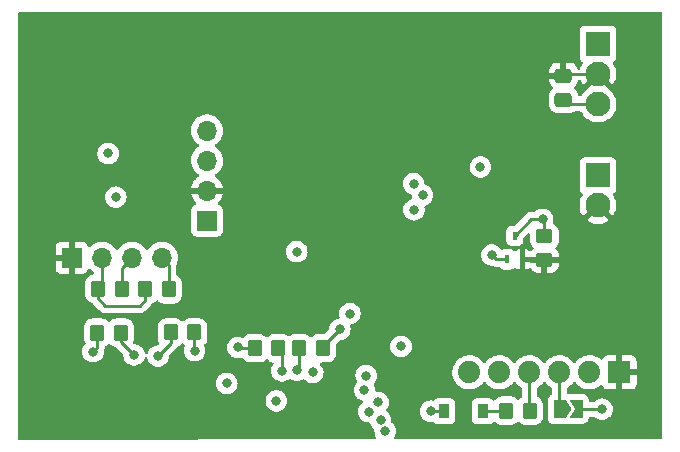
<source format=gbr>
%TF.GenerationSoftware,KiCad,Pcbnew,6.0.11-2627ca5db0~126~ubuntu22.04.1*%
%TF.CreationDate,2023-03-02T14:14:40-05:00*%
%TF.ProjectId,lin-pump-control,6c696e2d-7075-46d7-902d-636f6e74726f,1.0*%
%TF.SameCoordinates,Original*%
%TF.FileFunction,Copper,L4,Bot*%
%TF.FilePolarity,Positive*%
%FSLAX46Y46*%
G04 Gerber Fmt 4.6, Leading zero omitted, Abs format (unit mm)*
G04 Created by KiCad (PCBNEW 6.0.11-2627ca5db0~126~ubuntu22.04.1) date 2023-03-02 14:14:40*
%MOMM*%
%LPD*%
G01*
G04 APERTURE LIST*
G04 Aperture macros list*
%AMRoundRect*
0 Rectangle with rounded corners*
0 $1 Rounding radius*
0 $2 $3 $4 $5 $6 $7 $8 $9 X,Y pos of 4 corners*
0 Add a 4 corners polygon primitive as box body*
4,1,4,$2,$3,$4,$5,$6,$7,$8,$9,$2,$3,0*
0 Add four circle primitives for the rounded corners*
1,1,$1+$1,$2,$3*
1,1,$1+$1,$4,$5*
1,1,$1+$1,$6,$7*
1,1,$1+$1,$8,$9*
0 Add four rect primitives between the rounded corners*
20,1,$1+$1,$2,$3,$4,$5,0*
20,1,$1+$1,$4,$5,$6,$7,0*
20,1,$1+$1,$6,$7,$8,$9,0*
20,1,$1+$1,$8,$9,$2,$3,0*%
%AMFreePoly0*
4,1,6,0.500000,-0.750000,-0.650000,-0.750000,-0.150000,0.000000,-0.650000,0.750000,0.500000,0.750000,0.500000,-0.750000,0.500000,-0.750000,$1*%
%AMFreePoly1*
4,1,6,1.000000,0.000000,0.500000,-0.750000,-0.500000,-0.750000,-0.500000,0.750000,0.500000,0.750000,1.000000,0.000000,1.000000,0.000000,$1*%
G04 Aperture macros list end*
%TA.AperFunction,ComponentPad*%
%ADD10R,1.879600X1.879600*%
%TD*%
%TA.AperFunction,ComponentPad*%
%ADD11C,1.879600*%
%TD*%
%TA.AperFunction,ComponentPad*%
%ADD12R,1.700000X1.700000*%
%TD*%
%TA.AperFunction,ComponentPad*%
%ADD13O,1.700000X1.700000*%
%TD*%
%TA.AperFunction,SMDPad,CuDef*%
%ADD14RoundRect,0.250000X-0.350000X-0.450000X0.350000X-0.450000X0.350000X0.450000X-0.350000X0.450000X0*%
%TD*%
%TA.AperFunction,SMDPad,CuDef*%
%ADD15R,0.450000X0.700000*%
%TD*%
%TA.AperFunction,ComponentPad*%
%ADD16R,2.100000X2.100000*%
%TD*%
%TA.AperFunction,ComponentPad*%
%ADD17C,2.100000*%
%TD*%
%TA.AperFunction,SMDPad,CuDef*%
%ADD18FreePoly0,0.000000*%
%TD*%
%TA.AperFunction,SMDPad,CuDef*%
%ADD19FreePoly1,0.000000*%
%TD*%
%TA.AperFunction,SMDPad,CuDef*%
%ADD20R,0.900000X1.200000*%
%TD*%
%TA.AperFunction,SMDPad,CuDef*%
%ADD21RoundRect,0.250000X0.350000X0.450000X-0.350000X0.450000X-0.350000X-0.450000X0.350000X-0.450000X0*%
%TD*%
%TA.AperFunction,SMDPad,CuDef*%
%ADD22RoundRect,0.250000X0.475000X-0.337500X0.475000X0.337500X-0.475000X0.337500X-0.475000X-0.337500X0*%
%TD*%
%TA.AperFunction,SMDPad,CuDef*%
%ADD23RoundRect,0.250000X-0.450000X0.350000X-0.450000X-0.350000X0.450000X-0.350000X0.450000X0.350000X0*%
%TD*%
%TA.AperFunction,ViaPad*%
%ADD24C,0.800000*%
%TD*%
%TA.AperFunction,Conductor*%
%ADD25C,0.250000*%
%TD*%
G04 APERTURE END LIST*
D10*
%TO.P,J1,1,GND*%
%TO.N,GND*%
X226520000Y-91800000D03*
D11*
%TO.P,J1,2,CTS*%
%TO.N,unconnected-(J1-Pad2)*%
X223980000Y-91800000D03*
%TO.P,J1,3,VCC*%
%TO.N,Net-(J1-Pad3)*%
X221440000Y-91800000D03*
%TO.P,J1,4,TXD*%
%TO.N,Net-(J1-Pad4)*%
X218900000Y-91800000D03*
%TO.P,J1,5,RXD*%
%TO.N,UPDI*%
X216360000Y-91800000D03*
%TO.P,J1,6,RTS*%
%TO.N,unconnected-(J1-Pad6)*%
X213820000Y-91800000D03*
%TD*%
D12*
%TO.P,U3,1,Vout*%
%TO.N,+5V*%
X191600000Y-78950000D03*
D13*
%TO.P,U3,2,GND*%
%TO.N,GND*%
X191600000Y-76410000D03*
%TO.P,U3,3,Vin*%
%TO.N,+12V*%
X191600000Y-73870000D03*
%TO.P,U3,4,EN*%
%TO.N,unconnected-(U3-Pad4)*%
X191600000Y-71330000D03*
%TD*%
D14*
%TO.P,R6,1*%
%TO.N,Net-(D2-Pad1)*%
X216940000Y-95050000D03*
%TO.P,R6,2*%
%TO.N,Net-(J1-Pad4)*%
X218940000Y-95050000D03*
%TD*%
D12*
%TO.P,J2,1,Pin_1*%
%TO.N,GND*%
X180150000Y-82100000D03*
D13*
%TO.P,J2,2,Pin_2*%
%TO.N,+5V*%
X182690000Y-82100000D03*
%TO.P,J2,3,Pin_3*%
%TO.N,SDA5V*%
X185230000Y-82100000D03*
%TO.P,J2,4,Pin_4*%
%TO.N,SCL5V*%
X187770000Y-82100000D03*
%TD*%
D15*
%TO.P,D3,1*%
%TO.N,GND*%
X218310000Y-82240000D03*
%TO.P,D3,2*%
%TO.N,+12V*%
X217010000Y-82240000D03*
%TO.P,D3,3*%
%TO.N,Net-(U5-Pad1)*%
X217660000Y-80240000D03*
%TD*%
D16*
%TO.P,J4,1,Pin_1*%
%TO.N,PUMP+*%
X224700000Y-75125000D03*
D17*
%TO.P,J4,2,Pin_2*%
%TO.N,GND*%
X224700000Y-77665000D03*
%TD*%
D18*
%TO.P,JP1,2,B*%
%TO.N,+3V3*%
X222900000Y-94900000D03*
D19*
%TO.P,JP1,1,A*%
%TO.N,Net-(J1-Pad3)*%
X221450000Y-94900000D03*
%TD*%
D20*
%TO.P,D2,1,K*%
%TO.N,Net-(D2-Pad1)*%
X214970000Y-95110000D03*
%TO.P,D2,2,A*%
%TO.N,UPDI*%
X211670000Y-95110000D03*
%TD*%
D16*
%TO.P,J3,1,Pin_1*%
%TO.N,+BATT*%
X224700000Y-64000000D03*
D17*
%TO.P,J3,2,Pin_2*%
%TO.N,GND*%
X224700000Y-66540000D03*
%TO.P,J3,3,Pin_3*%
%TO.N,LIN*%
X224700000Y-69080000D03*
%TD*%
D14*
%TO.P,R3,1*%
%TO.N,+3V3*%
X195650000Y-89750000D03*
%TO.P,R3,2*%
%TO.N,~{LIN_SLP}*%
X197650000Y-89750000D03*
%TD*%
%TO.P,R7,1*%
%TO.N,+5V*%
X182400000Y-84725000D03*
%TO.P,R7,2*%
%TO.N,SDA5V*%
X184400000Y-84725000D03*
%TD*%
D21*
%TO.P,R4,1*%
%TO.N,+3V3*%
X201425000Y-89750000D03*
%TO.P,R4,2*%
%TO.N,~{LIN_WAKE}*%
X199425000Y-89750000D03*
%TD*%
D22*
%TO.P,C2,1*%
%TO.N,LIN*%
X221775000Y-68750000D03*
%TO.P,C2,2*%
%TO.N,GND*%
X221775000Y-66675000D03*
%TD*%
D14*
%TO.P,R8,1*%
%TO.N,+5V*%
X186375000Y-84775000D03*
%TO.P,R8,2*%
%TO.N,SCL5V*%
X188375000Y-84775000D03*
%TD*%
%TO.P,R9,1*%
%TO.N,+3V3*%
X182300000Y-88450000D03*
%TO.P,R9,2*%
%TO.N,SDA*%
X184300000Y-88450000D03*
%TD*%
D21*
%TO.P,R10,1*%
%TO.N,+3V3*%
X190525000Y-88425000D03*
%TO.P,R10,2*%
%TO.N,SCL*%
X188525000Y-88425000D03*
%TD*%
D23*
%TO.P,R14,1*%
%TO.N,Net-(U5-Pad1)*%
X220170000Y-80300000D03*
%TO.P,R14,2*%
%TO.N,GND*%
X220170000Y-82300000D03*
%TD*%
D24*
%TO.N,UPDI*%
X210540000Y-95090000D03*
%TO.N,+3V3*%
X193270000Y-92730000D03*
%TO.N,GND*%
X214160000Y-72140000D03*
X178470000Y-73260000D03*
%TO.N,+3V3*%
X183225000Y-73275000D03*
%TO.N,GND*%
X178220000Y-78760000D03*
X179120000Y-76470000D03*
X186910000Y-79700000D03*
X187690000Y-74000000D03*
%TO.N,+5V*%
X183875000Y-76965000D03*
%TO.N,SCL*%
X209120000Y-78040000D03*
%TO.N,SDA*%
X209850000Y-76800000D03*
%TO.N,SCL*%
X209090000Y-75830000D03*
%TO.N,+3V3*%
X214740000Y-74410000D03*
%TO.N,GND*%
X216240000Y-76130000D03*
%TO.N,+12V*%
X215710000Y-81860000D03*
%TO.N,Net-(U5-Pad1)*%
X220020000Y-78850000D03*
%TO.N,GND*%
X207550000Y-91950000D03*
X213850000Y-85300000D03*
X200500000Y-82850000D03*
X207600000Y-86525000D03*
X206500000Y-90050000D03*
%TO.N,LIN*%
X199200000Y-81575000D03*
%TO.N,TXD*%
X205303198Y-95127882D03*
X200550000Y-91800000D03*
%TO.N,~{LIN_SLP}*%
X197950000Y-91675000D03*
X205075000Y-92075000D03*
%TO.N,~{LIN_WAKE}*%
X204925000Y-93300000D03*
X199225000Y-91625000D03*
%TO.N,SDA*%
X206675000Y-96775000D03*
X185425000Y-90325000D03*
%TO.N,SCL*%
X206290576Y-95852382D03*
X187450000Y-90425000D03*
%TO.N,+3V3*%
X194225000Y-89700000D03*
X197467049Y-94217451D03*
X208025000Y-89600000D03*
X202850000Y-88175000D03*
X225040000Y-94920000D03*
X181950000Y-90050000D03*
X190550000Y-89975000D03*
%TO.N,Net-(R5-Pad1)*%
X206080000Y-94340000D03*
X203700000Y-86825000D03*
%TD*%
D25*
%TO.N,UPDI*%
X211670000Y-95110000D02*
X210560000Y-95110000D01*
X210560000Y-95110000D02*
X210540000Y-95090000D01*
%TO.N,Net-(D2-Pad1)*%
X216940000Y-95050000D02*
X215030000Y-95050000D01*
X215030000Y-95050000D02*
X214970000Y-95110000D01*
%TO.N,Net-(J1-Pad4)*%
X218940000Y-95050000D02*
X218900000Y-95010000D01*
X218900000Y-95010000D02*
X218900000Y-91800000D01*
%TO.N,+3V3*%
X225040000Y-94920000D02*
X222920000Y-94920000D01*
X222920000Y-94920000D02*
X222900000Y-94900000D01*
%TO.N,Net-(J1-Pad3)*%
X221450000Y-94900000D02*
X221440000Y-94890000D01*
X221440000Y-94890000D02*
X221440000Y-91800000D01*
%TO.N,TXD*%
X200560000Y-91810000D02*
X200550000Y-91800000D01*
%TO.N,Net-(U5-Pad1)*%
X220170000Y-80300000D02*
X220170000Y-79000000D01*
X220170000Y-79000000D02*
X220020000Y-78850000D01*
X220020000Y-78850000D02*
X219050000Y-78850000D01*
X219050000Y-78850000D02*
X217660000Y-80240000D01*
%TO.N,+12V*%
X216090000Y-82240000D02*
X215710000Y-81860000D01*
X217010000Y-82240000D02*
X216090000Y-82240000D01*
%TO.N,GND*%
X221775000Y-66675000D02*
X221910000Y-66540000D01*
X221910000Y-66540000D02*
X224700000Y-66540000D01*
%TO.N,+5V*%
X185900000Y-86150000D02*
X183000000Y-86150000D01*
X186375000Y-84775000D02*
X186375000Y-85675000D01*
X183000000Y-86150000D02*
X182400000Y-85550000D01*
X186375000Y-85675000D02*
X185900000Y-86150000D01*
X182400000Y-85550000D02*
X182400000Y-84725000D01*
X182400000Y-84725000D02*
X182690000Y-84435000D01*
X182690000Y-84435000D02*
X182690000Y-82100000D01*
%TO.N,LIN*%
X222105000Y-69080000D02*
X224700000Y-69080000D01*
X221775000Y-68750000D02*
X222105000Y-69080000D01*
%TO.N,~{LIN_SLP}*%
X197950000Y-90050000D02*
X197650000Y-89750000D01*
X197950000Y-91675000D02*
X197950000Y-90050000D01*
%TO.N,~{LIN_WAKE}*%
X199425000Y-91425000D02*
X199425000Y-89750000D01*
X199225000Y-91625000D02*
X199425000Y-91425000D01*
%TO.N,SDA*%
X184300000Y-88450000D02*
X184300000Y-89200000D01*
X184300000Y-89200000D02*
X185425000Y-90325000D01*
%TO.N,SCL*%
X188525000Y-88425000D02*
X188525000Y-89350000D01*
X188525000Y-89350000D02*
X187450000Y-90425000D01*
%TO.N,+3V3*%
X182300000Y-89700000D02*
X181950000Y-90050000D01*
X201425000Y-89750000D02*
X201425000Y-89600000D01*
X190525000Y-88425000D02*
X190525000Y-89950000D01*
X201425000Y-89600000D02*
X202850000Y-88175000D01*
X194275000Y-89750000D02*
X194225000Y-89700000D01*
X195650000Y-89750000D02*
X194275000Y-89750000D01*
X182300000Y-88450000D02*
X182300000Y-89700000D01*
X190525000Y-89950000D02*
X190550000Y-89975000D01*
%TO.N,SCL5V*%
X188375000Y-84775000D02*
X188375000Y-82705000D01*
X188375000Y-82705000D02*
X187770000Y-82100000D01*
%TO.N,SDA5V*%
X184400000Y-84725000D02*
X184400000Y-82930000D01*
X184400000Y-82930000D02*
X185230000Y-82100000D01*
%TD*%
%TA.AperFunction,Conductor*%
%TO.N,GND*%
G36*
X230083621Y-61308502D02*
G01*
X230130114Y-61362158D01*
X230141500Y-61414500D01*
X230141500Y-97326098D01*
X230121498Y-97394219D01*
X230067842Y-97440712D01*
X230015636Y-97452098D01*
X207537468Y-97476395D01*
X207469326Y-97456467D01*
X207422775Y-97402861D01*
X207412595Y-97332598D01*
X207428213Y-97287395D01*
X207506223Y-97152279D01*
X207506224Y-97152278D01*
X207509527Y-97146556D01*
X207568542Y-96964928D01*
X207588504Y-96775000D01*
X207578136Y-96676356D01*
X207569232Y-96591635D01*
X207569232Y-96591633D01*
X207568542Y-96585072D01*
X207509527Y-96403444D01*
X207414040Y-96238056D01*
X207396100Y-96218131D01*
X207290675Y-96101045D01*
X207290674Y-96101044D01*
X207286253Y-96096134D01*
X207280912Y-96092254D01*
X207280907Y-96092249D01*
X207244960Y-96066132D01*
X207201607Y-96009910D01*
X207193712Y-95951026D01*
X207203390Y-95858947D01*
X207204080Y-95852382D01*
X207184118Y-95662454D01*
X207125103Y-95480826D01*
X207113978Y-95461556D01*
X207032917Y-95321156D01*
X207029616Y-95315438D01*
X207003296Y-95286206D01*
X206906251Y-95178427D01*
X206906250Y-95178426D01*
X206901829Y-95173516D01*
X206803561Y-95102120D01*
X206794215Y-95090000D01*
X209626496Y-95090000D01*
X209627186Y-95096565D01*
X209631168Y-95134447D01*
X209646458Y-95279928D01*
X209705473Y-95461556D01*
X209708776Y-95467278D01*
X209708777Y-95467279D01*
X209727344Y-95499438D01*
X209800960Y-95626944D01*
X209805378Y-95631851D01*
X209805379Y-95631852D01*
X209924325Y-95763955D01*
X209928747Y-95768866D01*
X210009745Y-95827715D01*
X210058877Y-95863411D01*
X210083248Y-95881118D01*
X210089276Y-95883802D01*
X210089278Y-95883803D01*
X210251681Y-95956109D01*
X210257712Y-95958794D01*
X210347184Y-95977812D01*
X210438056Y-95997128D01*
X210438061Y-95997128D01*
X210444513Y-95998500D01*
X210635487Y-95998500D01*
X210641940Y-95997128D01*
X210641944Y-95997128D01*
X210692314Y-95986421D01*
X210699263Y-95984944D01*
X210770053Y-95990346D01*
X210826284Y-96032625D01*
X210856739Y-96073261D01*
X210973295Y-96160615D01*
X211109684Y-96211745D01*
X211171866Y-96218500D01*
X212168134Y-96218500D01*
X212230316Y-96211745D01*
X212366705Y-96160615D01*
X212483261Y-96073261D01*
X212570615Y-95956705D01*
X212621745Y-95820316D01*
X212628500Y-95758134D01*
X212628500Y-94461866D01*
X212621745Y-94399684D01*
X212570615Y-94263295D01*
X212483261Y-94146739D01*
X212366705Y-94059385D01*
X212230316Y-94008255D01*
X212168134Y-94001500D01*
X211171866Y-94001500D01*
X211109684Y-94008255D01*
X210973295Y-94059385D01*
X210856739Y-94146739D01*
X210851358Y-94153919D01*
X210845008Y-94160269D01*
X210843828Y-94159089D01*
X210795284Y-94195385D01*
X210725122Y-94200552D01*
X210641946Y-94182873D01*
X210641947Y-94182873D01*
X210635487Y-94181500D01*
X210444513Y-94181500D01*
X210438061Y-94182872D01*
X210438056Y-94182872D01*
X210354881Y-94200552D01*
X210257712Y-94221206D01*
X210251682Y-94223891D01*
X210251681Y-94223891D01*
X210089278Y-94296197D01*
X210089276Y-94296198D01*
X210083248Y-94298882D01*
X209928747Y-94411134D01*
X209924326Y-94416044D01*
X209924325Y-94416045D01*
X209810266Y-94542721D01*
X209800960Y-94553056D01*
X209705473Y-94718444D01*
X209646458Y-94900072D01*
X209645768Y-94906633D01*
X209645768Y-94906635D01*
X209635055Y-95008569D01*
X209626496Y-95090000D01*
X206794215Y-95090000D01*
X206760208Y-95045897D01*
X206754133Y-94975161D01*
X206783985Y-94915876D01*
X206819040Y-94876944D01*
X206906922Y-94724729D01*
X206911223Y-94717279D01*
X206911224Y-94717278D01*
X206914527Y-94711556D01*
X206973542Y-94529928D01*
X206980337Y-94465283D01*
X206992814Y-94346565D01*
X206993504Y-94340000D01*
X206981301Y-94223891D01*
X206974232Y-94156635D01*
X206974232Y-94156633D01*
X206973542Y-94150072D01*
X206914527Y-93968444D01*
X206896136Y-93936589D01*
X206848665Y-93854368D01*
X206819040Y-93803056D01*
X206710668Y-93682696D01*
X206695675Y-93666045D01*
X206695674Y-93666044D01*
X206691253Y-93661134D01*
X206536752Y-93548882D01*
X206530724Y-93546198D01*
X206530722Y-93546197D01*
X206368319Y-93473891D01*
X206368318Y-93473891D01*
X206362288Y-93471206D01*
X206268887Y-93451353D01*
X206181944Y-93432872D01*
X206181939Y-93432872D01*
X206175487Y-93431500D01*
X205984513Y-93431500D01*
X205978060Y-93432872D01*
X205976981Y-93432985D01*
X205907143Y-93420211D01*
X205855298Y-93371708D01*
X205837814Y-93307675D01*
X205837814Y-93306565D01*
X205838504Y-93300000D01*
X205830098Y-93220022D01*
X205819232Y-93116635D01*
X205819232Y-93116633D01*
X205818542Y-93110072D01*
X205759527Y-92928444D01*
X205715257Y-92851766D01*
X205698520Y-92782771D01*
X205721741Y-92715679D01*
X205730741Y-92704457D01*
X205809621Y-92616852D01*
X205809622Y-92616851D01*
X205814040Y-92611944D01*
X205909527Y-92446556D01*
X205968542Y-92264928D01*
X205988504Y-92075000D01*
X205985996Y-92051134D01*
X205969232Y-91891635D01*
X205969232Y-91891633D01*
X205968542Y-91885072D01*
X205929364Y-91764494D01*
X212367170Y-91764494D01*
X212367467Y-91769646D01*
X212367467Y-91769650D01*
X212373323Y-91871206D01*
X212380879Y-92002255D01*
X212382016Y-92007301D01*
X212382017Y-92007307D01*
X212397273Y-92075000D01*
X212433237Y-92234585D01*
X212435179Y-92239367D01*
X212435180Y-92239371D01*
X212508040Y-92418803D01*
X212522837Y-92455244D01*
X212647274Y-92658306D01*
X212803204Y-92838317D01*
X212986442Y-92990444D01*
X212990894Y-92993046D01*
X212990899Y-92993049D01*
X213180416Y-93103794D01*
X213192065Y-93110601D01*
X213414552Y-93195560D01*
X213419618Y-93196591D01*
X213419619Y-93196591D01*
X213473956Y-93207646D01*
X213647928Y-93243041D01*
X213777712Y-93247800D01*
X213880760Y-93251579D01*
X213880764Y-93251579D01*
X213885924Y-93251768D01*
X213891044Y-93251112D01*
X213891046Y-93251112D01*
X214117023Y-93222164D01*
X214117024Y-93222164D01*
X214122151Y-93221507D01*
X214205200Y-93196591D01*
X214345316Y-93154554D01*
X214345317Y-93154553D01*
X214350262Y-93153070D01*
X214564133Y-93048295D01*
X214568336Y-93045297D01*
X214568341Y-93045294D01*
X214753816Y-92912996D01*
X214753818Y-92912994D01*
X214758020Y-92909997D01*
X214926716Y-92741889D01*
X214984979Y-92660807D01*
X215040972Y-92617160D01*
X215111676Y-92610714D01*
X215174640Y-92643516D01*
X215186582Y-92657176D01*
X215187274Y-92658306D01*
X215343204Y-92838317D01*
X215526442Y-92990444D01*
X215530894Y-92993046D01*
X215530899Y-92993049D01*
X215720416Y-93103794D01*
X215732065Y-93110601D01*
X215954552Y-93195560D01*
X215959618Y-93196591D01*
X215959619Y-93196591D01*
X216013956Y-93207646D01*
X216187928Y-93243041D01*
X216317712Y-93247800D01*
X216420760Y-93251579D01*
X216420764Y-93251579D01*
X216425924Y-93251768D01*
X216431044Y-93251112D01*
X216431046Y-93251112D01*
X216657023Y-93222164D01*
X216657024Y-93222164D01*
X216662151Y-93221507D01*
X216745200Y-93196591D01*
X216885316Y-93154554D01*
X216885317Y-93154553D01*
X216890262Y-93153070D01*
X217104133Y-93048295D01*
X217108336Y-93045297D01*
X217108341Y-93045294D01*
X217293816Y-92912996D01*
X217293818Y-92912994D01*
X217298020Y-92909997D01*
X217466716Y-92741889D01*
X217524979Y-92660807D01*
X217580972Y-92617160D01*
X217651676Y-92610714D01*
X217714640Y-92643516D01*
X217726582Y-92657176D01*
X217727274Y-92658306D01*
X217883204Y-92838317D01*
X218066442Y-92990444D01*
X218070894Y-92993046D01*
X218070899Y-92993049D01*
X218204071Y-93070868D01*
X218252794Y-93122507D01*
X218266500Y-93179656D01*
X218266500Y-93837972D01*
X218246498Y-93906093D01*
X218206804Y-93945115D01*
X218115652Y-94001522D01*
X218110479Y-94006704D01*
X218029216Y-94088109D01*
X217966934Y-94122188D01*
X217896114Y-94117185D01*
X217851025Y-94088264D01*
X217768483Y-94005866D01*
X217763303Y-94000695D01*
X217757072Y-93996854D01*
X217618968Y-93911725D01*
X217618966Y-93911724D01*
X217612738Y-93907885D01*
X217530039Y-93880455D01*
X217451389Y-93854368D01*
X217451387Y-93854368D01*
X217444861Y-93852203D01*
X217438025Y-93851503D01*
X217438022Y-93851502D01*
X217394969Y-93847091D01*
X217340400Y-93841500D01*
X216539600Y-93841500D01*
X216536354Y-93841837D01*
X216536350Y-93841837D01*
X216440692Y-93851762D01*
X216440688Y-93851763D01*
X216433834Y-93852474D01*
X216427298Y-93854655D01*
X216427296Y-93854655D01*
X216394955Y-93865445D01*
X216266054Y-93908450D01*
X216115652Y-94001522D01*
X215990695Y-94126697D01*
X215986854Y-94132928D01*
X215982317Y-94138673D01*
X215981312Y-94137879D01*
X215934131Y-94180341D01*
X215864059Y-94191763D01*
X215798935Y-94163489D01*
X215790549Y-94155826D01*
X215788642Y-94153919D01*
X215783261Y-94146739D01*
X215666705Y-94059385D01*
X215530316Y-94008255D01*
X215468134Y-94001500D01*
X214471866Y-94001500D01*
X214409684Y-94008255D01*
X214273295Y-94059385D01*
X214156739Y-94146739D01*
X214069385Y-94263295D01*
X214018255Y-94399684D01*
X214011500Y-94461866D01*
X214011500Y-95758134D01*
X214018255Y-95820316D01*
X214069385Y-95956705D01*
X214156739Y-96073261D01*
X214273295Y-96160615D01*
X214409684Y-96211745D01*
X214471866Y-96218500D01*
X215468134Y-96218500D01*
X215530316Y-96211745D01*
X215666705Y-96160615D01*
X215783261Y-96073261D01*
X215827716Y-96013945D01*
X215884573Y-95971432D01*
X215955391Y-95966406D01*
X216017558Y-96000339D01*
X216060416Y-96043122D01*
X216116697Y-96099305D01*
X216122927Y-96103145D01*
X216122928Y-96103146D01*
X216260090Y-96187694D01*
X216267262Y-96192115D01*
X216318082Y-96208971D01*
X216428611Y-96245632D01*
X216428613Y-96245632D01*
X216435139Y-96247797D01*
X216441975Y-96248497D01*
X216441978Y-96248498D01*
X216485031Y-96252909D01*
X216539600Y-96258500D01*
X217340400Y-96258500D01*
X217343646Y-96258163D01*
X217343650Y-96258163D01*
X217439308Y-96248238D01*
X217439312Y-96248237D01*
X217446166Y-96247526D01*
X217452702Y-96245345D01*
X217452704Y-96245345D01*
X217584806Y-96201272D01*
X217613946Y-96191550D01*
X217764348Y-96098478D01*
X217850784Y-96011891D01*
X217913066Y-95977812D01*
X217983886Y-95982815D01*
X218028975Y-96011736D01*
X218060416Y-96043122D01*
X218116697Y-96099305D01*
X218122927Y-96103145D01*
X218122928Y-96103146D01*
X218260090Y-96187694D01*
X218267262Y-96192115D01*
X218318082Y-96208971D01*
X218428611Y-96245632D01*
X218428613Y-96245632D01*
X218435139Y-96247797D01*
X218441975Y-96248497D01*
X218441978Y-96248498D01*
X218485031Y-96252909D01*
X218539600Y-96258500D01*
X219340400Y-96258500D01*
X219343646Y-96258163D01*
X219343650Y-96258163D01*
X219439308Y-96248238D01*
X219439312Y-96248237D01*
X219446166Y-96247526D01*
X219452702Y-96245345D01*
X219452704Y-96245345D01*
X219584806Y-96201272D01*
X219613946Y-96191550D01*
X219764348Y-96098478D01*
X219889305Y-95973303D01*
X219893146Y-95967072D01*
X219978275Y-95828968D01*
X219978276Y-95828966D01*
X219982115Y-95822738D01*
X220015160Y-95723111D01*
X220035632Y-95661389D01*
X220035632Y-95661387D01*
X220037797Y-95654861D01*
X220038527Y-95647743D01*
X220048172Y-95553598D01*
X220048500Y-95550400D01*
X220048500Y-94549600D01*
X220047786Y-94542721D01*
X220038238Y-94450692D01*
X220038237Y-94450688D01*
X220037526Y-94443834D01*
X220026617Y-94411134D01*
X219983868Y-94283002D01*
X219981550Y-94276054D01*
X219888478Y-94125652D01*
X219763303Y-94000695D01*
X219612738Y-93907885D01*
X219606137Y-93905696D01*
X219552965Y-93858877D01*
X219533500Y-93791600D01*
X219533500Y-93181074D01*
X219553502Y-93112953D01*
X219604066Y-93067924D01*
X219644133Y-93048295D01*
X219648336Y-93045297D01*
X219648341Y-93045294D01*
X219833816Y-92912996D01*
X219833818Y-92912994D01*
X219838020Y-92909997D01*
X220006716Y-92741889D01*
X220064979Y-92660807D01*
X220120972Y-92617160D01*
X220191676Y-92610714D01*
X220254640Y-92643516D01*
X220266582Y-92657176D01*
X220267274Y-92658306D01*
X220423204Y-92838317D01*
X220606442Y-92990444D01*
X220610894Y-92993046D01*
X220610899Y-92993049D01*
X220744071Y-93070868D01*
X220792794Y-93122507D01*
X220806500Y-93179656D01*
X220806500Y-93571203D01*
X220786498Y-93639324D01*
X220736537Y-93682616D01*
X220736589Y-93682696D01*
X220687755Y-93714080D01*
X220621159Y-93756878D01*
X220621156Y-93756880D01*
X220613579Y-93761750D01*
X220607678Y-93768560D01*
X220523726Y-93865445D01*
X220523724Y-93865448D01*
X220517824Y-93872257D01*
X220457081Y-94005266D01*
X220455798Y-94014189D01*
X220453881Y-94027523D01*
X220436271Y-94150000D01*
X220436271Y-95650000D01*
X220441500Y-95723111D01*
X220459998Y-95786109D01*
X220479458Y-95852382D01*
X220482696Y-95863411D01*
X220494076Y-95881118D01*
X220556878Y-95978841D01*
X220556880Y-95978844D01*
X220561750Y-95986421D01*
X220568560Y-95992322D01*
X220665445Y-96076274D01*
X220665448Y-96076276D01*
X220672257Y-96082176D01*
X220680454Y-96085920D01*
X220680455Y-96085920D01*
X220709764Y-96099305D01*
X220805266Y-96142919D01*
X220950000Y-96163729D01*
X221950000Y-96163729D01*
X221951964Y-96163605D01*
X221951968Y-96163605D01*
X222008080Y-96160066D01*
X222008084Y-96160065D01*
X222014557Y-96159657D01*
X222060232Y-96147075D01*
X222111624Y-96143833D01*
X222250000Y-96163729D01*
X223400000Y-96163729D01*
X223431986Y-96161441D01*
X223466373Y-96158982D01*
X223466374Y-96158982D01*
X223473111Y-96158500D01*
X223552618Y-96135155D01*
X223604765Y-96119843D01*
X223604767Y-96119842D01*
X223613411Y-96117304D01*
X223693036Y-96066132D01*
X223728841Y-96043122D01*
X223728844Y-96043120D01*
X223736421Y-96038250D01*
X223770865Y-95998500D01*
X223826274Y-95934555D01*
X223826276Y-95934552D01*
X223832176Y-95927743D01*
X223892919Y-95794734D01*
X223896638Y-95768866D01*
X223912066Y-95661568D01*
X223941559Y-95596987D01*
X224001285Y-95558604D01*
X224036783Y-95553500D01*
X224331800Y-95553500D01*
X224399921Y-95573502D01*
X224419147Y-95589843D01*
X224419420Y-95589540D01*
X224424332Y-95593963D01*
X224428747Y-95598866D01*
X224450329Y-95614546D01*
X224515049Y-95661568D01*
X224583248Y-95711118D01*
X224589276Y-95713802D01*
X224589278Y-95713803D01*
X224721674Y-95772749D01*
X224757712Y-95788794D01*
X224851113Y-95808647D01*
X224938056Y-95827128D01*
X224938061Y-95827128D01*
X224944513Y-95828500D01*
X225135487Y-95828500D01*
X225141939Y-95827128D01*
X225141944Y-95827128D01*
X225228887Y-95808647D01*
X225322288Y-95788794D01*
X225358326Y-95772749D01*
X225490722Y-95713803D01*
X225490724Y-95713802D01*
X225496752Y-95711118D01*
X225651253Y-95598866D01*
X225687505Y-95558604D01*
X225774621Y-95461852D01*
X225774622Y-95461851D01*
X225779040Y-95456944D01*
X225855745Y-95324088D01*
X225871223Y-95297279D01*
X225871224Y-95297278D01*
X225874527Y-95291556D01*
X225933542Y-95109928D01*
X225934947Y-95096565D01*
X225952814Y-94926565D01*
X225953504Y-94920000D01*
X225936614Y-94759303D01*
X225934232Y-94736635D01*
X225934232Y-94736633D01*
X225933542Y-94730072D01*
X225874527Y-94548444D01*
X225867462Y-94536206D01*
X225814130Y-94443834D01*
X225779040Y-94383056D01*
X225746184Y-94346565D01*
X225655675Y-94246045D01*
X225655674Y-94246044D01*
X225651253Y-94241134D01*
X225528925Y-94152257D01*
X225502094Y-94132763D01*
X225502093Y-94132762D01*
X225496752Y-94128882D01*
X225490724Y-94126198D01*
X225490722Y-94126197D01*
X225328319Y-94053891D01*
X225328318Y-94053891D01*
X225322288Y-94051206D01*
X225210869Y-94027523D01*
X225141944Y-94012872D01*
X225141939Y-94012872D01*
X225135487Y-94011500D01*
X224944513Y-94011500D01*
X224938061Y-94012872D01*
X224938056Y-94012872D01*
X224869131Y-94027523D01*
X224757712Y-94051206D01*
X224751682Y-94053891D01*
X224751681Y-94053891D01*
X224589278Y-94126197D01*
X224589276Y-94126198D01*
X224583248Y-94128882D01*
X224577907Y-94132762D01*
X224577906Y-94132763D01*
X224521491Y-94173751D01*
X224428747Y-94241134D01*
X224424332Y-94246037D01*
X224419420Y-94250460D01*
X224418295Y-94249211D01*
X224364986Y-94282051D01*
X224331800Y-94286500D01*
X224039729Y-94286500D01*
X223971608Y-94266498D01*
X223925115Y-94212842D01*
X223913729Y-94160500D01*
X223913729Y-94150000D01*
X223909314Y-94088264D01*
X223908982Y-94083627D01*
X223908982Y-94083626D01*
X223908500Y-94076889D01*
X223867304Y-93936589D01*
X223825960Y-93872257D01*
X223793122Y-93821159D01*
X223793120Y-93821156D01*
X223788250Y-93813579D01*
X223762885Y-93791600D01*
X223684555Y-93723726D01*
X223684552Y-93723724D01*
X223677743Y-93717824D01*
X223544734Y-93657081D01*
X223400000Y-93636271D01*
X222250000Y-93636271D01*
X222247489Y-93636472D01*
X222247484Y-93636472D01*
X222209543Y-93639506D01*
X222140045Y-93624998D01*
X222089423Y-93575218D01*
X222073500Y-93513907D01*
X222073500Y-93181074D01*
X222093502Y-93112953D01*
X222144066Y-93067924D01*
X222184133Y-93048295D01*
X222188336Y-93045297D01*
X222188341Y-93045294D01*
X222373816Y-92912996D01*
X222373818Y-92912994D01*
X222378020Y-92909997D01*
X222546716Y-92741889D01*
X222604979Y-92660807D01*
X222660972Y-92617160D01*
X222731676Y-92610714D01*
X222794640Y-92643516D01*
X222806582Y-92657176D01*
X222807274Y-92658306D01*
X222963204Y-92838317D01*
X223146442Y-92990444D01*
X223150894Y-92993046D01*
X223150899Y-92993049D01*
X223340416Y-93103794D01*
X223352065Y-93110601D01*
X223574552Y-93195560D01*
X223579618Y-93196591D01*
X223579619Y-93196591D01*
X223633956Y-93207646D01*
X223807928Y-93243041D01*
X223937712Y-93247800D01*
X224040760Y-93251579D01*
X224040764Y-93251579D01*
X224045924Y-93251768D01*
X224051044Y-93251112D01*
X224051046Y-93251112D01*
X224277023Y-93222164D01*
X224277024Y-93222164D01*
X224282151Y-93221507D01*
X224365200Y-93196591D01*
X224505316Y-93154554D01*
X224505317Y-93154553D01*
X224510262Y-93153070D01*
X224724133Y-93048295D01*
X224728336Y-93045297D01*
X224728341Y-93045294D01*
X224913810Y-92913000D01*
X224918020Y-92909997D01*
X224920896Y-92907131D01*
X224985541Y-92878571D01*
X225055685Y-92889544D01*
X225108760Y-92936698D01*
X225119908Y-92959270D01*
X225126874Y-92977850D01*
X225135414Y-92993449D01*
X225211915Y-93095524D01*
X225224476Y-93108085D01*
X225326551Y-93184586D01*
X225342146Y-93193124D01*
X225462594Y-93238278D01*
X225477849Y-93241905D01*
X225528714Y-93247431D01*
X225535528Y-93247800D01*
X226247885Y-93247800D01*
X226263124Y-93243325D01*
X226264329Y-93241935D01*
X226266000Y-93234252D01*
X226266000Y-93229684D01*
X226774000Y-93229684D01*
X226778475Y-93244923D01*
X226779865Y-93246128D01*
X226787548Y-93247799D01*
X227504469Y-93247799D01*
X227511290Y-93247429D01*
X227562152Y-93241905D01*
X227577404Y-93238279D01*
X227697854Y-93193124D01*
X227713449Y-93184586D01*
X227815524Y-93108085D01*
X227828085Y-93095524D01*
X227904586Y-92993449D01*
X227913124Y-92977854D01*
X227958278Y-92857406D01*
X227961905Y-92842151D01*
X227967431Y-92791286D01*
X227967800Y-92784472D01*
X227967800Y-92072115D01*
X227963325Y-92056876D01*
X227961935Y-92055671D01*
X227954252Y-92054000D01*
X226792115Y-92054000D01*
X226776876Y-92058475D01*
X226775671Y-92059865D01*
X226774000Y-92067548D01*
X226774000Y-93229684D01*
X226266000Y-93229684D01*
X226266000Y-91527885D01*
X226774000Y-91527885D01*
X226778475Y-91543124D01*
X226779865Y-91544329D01*
X226787548Y-91546000D01*
X227949684Y-91546000D01*
X227964923Y-91541525D01*
X227966128Y-91540135D01*
X227967799Y-91532452D01*
X227967799Y-90815531D01*
X227967429Y-90808710D01*
X227961905Y-90757848D01*
X227958279Y-90742596D01*
X227913124Y-90622146D01*
X227904586Y-90606551D01*
X227828085Y-90504476D01*
X227815524Y-90491915D01*
X227713449Y-90415414D01*
X227697854Y-90406876D01*
X227577406Y-90361722D01*
X227562151Y-90358095D01*
X227511286Y-90352569D01*
X227504472Y-90352200D01*
X226792115Y-90352200D01*
X226776876Y-90356675D01*
X226775671Y-90358065D01*
X226774000Y-90365748D01*
X226774000Y-91527885D01*
X226266000Y-91527885D01*
X226266000Y-90370316D01*
X226261525Y-90355077D01*
X226260135Y-90353872D01*
X226252452Y-90352201D01*
X225535531Y-90352201D01*
X225528710Y-90352571D01*
X225477848Y-90358095D01*
X225462596Y-90361721D01*
X225342146Y-90406876D01*
X225326551Y-90415414D01*
X225224476Y-90491915D01*
X225211915Y-90504476D01*
X225135414Y-90606551D01*
X225126876Y-90622146D01*
X225118630Y-90644142D01*
X225075988Y-90700906D01*
X225009427Y-90725606D01*
X224940078Y-90710399D01*
X224922560Y-90698797D01*
X224824313Y-90621206D01*
X224788278Y-90592747D01*
X224788273Y-90592744D01*
X224784224Y-90589546D01*
X224779708Y-90587053D01*
X224779705Y-90587051D01*
X224580250Y-90476946D01*
X224580246Y-90476944D01*
X224575726Y-90474449D01*
X224570857Y-90472725D01*
X224570853Y-90472723D01*
X224356105Y-90396676D01*
X224356101Y-90396675D01*
X224351230Y-90394950D01*
X224346140Y-90394043D01*
X224346135Y-90394042D01*
X224212933Y-90370316D01*
X224116764Y-90353186D01*
X224027637Y-90352097D01*
X223883795Y-90350339D01*
X223883793Y-90350339D01*
X223878625Y-90350276D01*
X223643209Y-90386300D01*
X223416838Y-90460289D01*
X223357616Y-90491118D01*
X223244740Y-90549878D01*
X223205590Y-90570258D01*
X223201457Y-90573361D01*
X223201454Y-90573363D01*
X223019275Y-90710147D01*
X223015140Y-90713252D01*
X222850602Y-90885431D01*
X222816936Y-90934784D01*
X222815186Y-90937349D01*
X222760274Y-90982351D01*
X222689749Y-90990522D01*
X222626002Y-90959267D01*
X222605306Y-90934784D01*
X222594217Y-90917642D01*
X222594212Y-90917636D01*
X222591406Y-90913298D01*
X222583896Y-90905044D01*
X222529411Y-90845166D01*
X222431124Y-90737150D01*
X222427073Y-90733951D01*
X222427069Y-90733947D01*
X222248278Y-90592747D01*
X222248273Y-90592744D01*
X222244224Y-90589546D01*
X222239708Y-90587053D01*
X222239705Y-90587051D01*
X222040250Y-90476946D01*
X222040246Y-90476944D01*
X222035726Y-90474449D01*
X222030857Y-90472725D01*
X222030853Y-90472723D01*
X221816105Y-90396676D01*
X221816101Y-90396675D01*
X221811230Y-90394950D01*
X221806140Y-90394043D01*
X221806135Y-90394042D01*
X221672933Y-90370316D01*
X221576764Y-90353186D01*
X221487637Y-90352097D01*
X221343795Y-90350339D01*
X221343793Y-90350339D01*
X221338625Y-90350276D01*
X221103209Y-90386300D01*
X220876838Y-90460289D01*
X220817616Y-90491118D01*
X220704740Y-90549878D01*
X220665590Y-90570258D01*
X220661457Y-90573361D01*
X220661454Y-90573363D01*
X220479275Y-90710147D01*
X220475140Y-90713252D01*
X220310602Y-90885431D01*
X220276936Y-90934784D01*
X220275186Y-90937349D01*
X220220274Y-90982351D01*
X220149749Y-90990522D01*
X220086002Y-90959267D01*
X220065306Y-90934784D01*
X220054217Y-90917642D01*
X220054212Y-90917636D01*
X220051406Y-90913298D01*
X220043896Y-90905044D01*
X219989411Y-90845166D01*
X219891124Y-90737150D01*
X219887073Y-90733951D01*
X219887069Y-90733947D01*
X219708278Y-90592747D01*
X219708273Y-90592744D01*
X219704224Y-90589546D01*
X219699708Y-90587053D01*
X219699705Y-90587051D01*
X219500250Y-90476946D01*
X219500246Y-90476944D01*
X219495726Y-90474449D01*
X219490857Y-90472725D01*
X219490853Y-90472723D01*
X219276105Y-90396676D01*
X219276101Y-90396675D01*
X219271230Y-90394950D01*
X219266140Y-90394043D01*
X219266135Y-90394042D01*
X219132933Y-90370316D01*
X219036764Y-90353186D01*
X218947637Y-90352097D01*
X218803795Y-90350339D01*
X218803793Y-90350339D01*
X218798625Y-90350276D01*
X218563209Y-90386300D01*
X218336838Y-90460289D01*
X218277616Y-90491118D01*
X218164740Y-90549878D01*
X218125590Y-90570258D01*
X218121457Y-90573361D01*
X218121454Y-90573363D01*
X217939275Y-90710147D01*
X217935140Y-90713252D01*
X217770602Y-90885431D01*
X217736936Y-90934784D01*
X217735186Y-90937349D01*
X217680274Y-90982351D01*
X217609749Y-90990522D01*
X217546002Y-90959267D01*
X217525306Y-90934784D01*
X217514217Y-90917642D01*
X217514212Y-90917636D01*
X217511406Y-90913298D01*
X217503896Y-90905044D01*
X217449411Y-90845166D01*
X217351124Y-90737150D01*
X217347073Y-90733951D01*
X217347069Y-90733947D01*
X217168278Y-90592747D01*
X217168273Y-90592744D01*
X217164224Y-90589546D01*
X217159708Y-90587053D01*
X217159705Y-90587051D01*
X216960250Y-90476946D01*
X216960246Y-90476944D01*
X216955726Y-90474449D01*
X216950857Y-90472725D01*
X216950853Y-90472723D01*
X216736105Y-90396676D01*
X216736101Y-90396675D01*
X216731230Y-90394950D01*
X216726140Y-90394043D01*
X216726135Y-90394042D01*
X216592933Y-90370316D01*
X216496764Y-90353186D01*
X216407637Y-90352097D01*
X216263795Y-90350339D01*
X216263793Y-90350339D01*
X216258625Y-90350276D01*
X216023209Y-90386300D01*
X215796838Y-90460289D01*
X215737616Y-90491118D01*
X215624740Y-90549878D01*
X215585590Y-90570258D01*
X215581457Y-90573361D01*
X215581454Y-90573363D01*
X215399275Y-90710147D01*
X215395140Y-90713252D01*
X215230602Y-90885431D01*
X215196936Y-90934784D01*
X215195186Y-90937349D01*
X215140274Y-90982351D01*
X215069749Y-90990522D01*
X215006002Y-90959267D01*
X214985306Y-90934784D01*
X214974217Y-90917642D01*
X214974212Y-90917636D01*
X214971406Y-90913298D01*
X214963896Y-90905044D01*
X214909411Y-90845166D01*
X214811124Y-90737150D01*
X214807073Y-90733951D01*
X214807069Y-90733947D01*
X214628278Y-90592747D01*
X214628273Y-90592744D01*
X214624224Y-90589546D01*
X214619708Y-90587053D01*
X214619705Y-90587051D01*
X214420250Y-90476946D01*
X214420246Y-90476944D01*
X214415726Y-90474449D01*
X214410857Y-90472725D01*
X214410853Y-90472723D01*
X214196105Y-90396676D01*
X214196101Y-90396675D01*
X214191230Y-90394950D01*
X214186140Y-90394043D01*
X214186135Y-90394042D01*
X214052933Y-90370316D01*
X213956764Y-90353186D01*
X213867637Y-90352097D01*
X213723795Y-90350339D01*
X213723793Y-90350339D01*
X213718625Y-90350276D01*
X213483209Y-90386300D01*
X213256838Y-90460289D01*
X213197616Y-90491118D01*
X213084740Y-90549878D01*
X213045590Y-90570258D01*
X213041457Y-90573361D01*
X213041454Y-90573363D01*
X212859275Y-90710147D01*
X212855140Y-90713252D01*
X212690602Y-90885431D01*
X212687691Y-90889699D01*
X212687687Y-90889704D01*
X212640234Y-90959267D01*
X212556394Y-91082172D01*
X212456122Y-91298191D01*
X212392477Y-91527685D01*
X212391928Y-91532819D01*
X212391928Y-91532821D01*
X212390998Y-91541525D01*
X212367170Y-91764494D01*
X205929364Y-91764494D01*
X205909527Y-91703444D01*
X205814040Y-91538056D01*
X205809327Y-91532821D01*
X205690675Y-91401045D01*
X205690674Y-91401044D01*
X205686253Y-91396134D01*
X205558677Y-91303444D01*
X205537094Y-91287763D01*
X205537093Y-91287762D01*
X205531752Y-91283882D01*
X205525724Y-91281198D01*
X205525722Y-91281197D01*
X205363319Y-91208891D01*
X205363318Y-91208891D01*
X205357288Y-91206206D01*
X205263887Y-91186353D01*
X205176944Y-91167872D01*
X205176939Y-91167872D01*
X205170487Y-91166500D01*
X204979513Y-91166500D01*
X204973061Y-91167872D01*
X204973056Y-91167872D01*
X204886113Y-91186353D01*
X204792712Y-91206206D01*
X204786682Y-91208891D01*
X204786681Y-91208891D01*
X204624278Y-91281197D01*
X204624276Y-91281198D01*
X204618248Y-91283882D01*
X204612907Y-91287762D01*
X204612906Y-91287763D01*
X204591323Y-91303444D01*
X204463747Y-91396134D01*
X204459326Y-91401044D01*
X204459325Y-91401045D01*
X204340674Y-91532821D01*
X204335960Y-91538056D01*
X204240473Y-91703444D01*
X204181458Y-91885072D01*
X204180768Y-91891633D01*
X204180768Y-91891635D01*
X204164004Y-92051134D01*
X204161496Y-92075000D01*
X204181458Y-92264928D01*
X204240473Y-92446556D01*
X204261369Y-92482749D01*
X204284743Y-92523234D01*
X204301480Y-92592229D01*
X204278259Y-92659321D01*
X204269259Y-92670543D01*
X204209813Y-92736565D01*
X204185960Y-92763056D01*
X204144764Y-92834410D01*
X204099390Y-92913000D01*
X204090473Y-92928444D01*
X204031458Y-93110072D01*
X204030768Y-93116633D01*
X204030768Y-93116635D01*
X204019902Y-93220022D01*
X204011496Y-93300000D01*
X204012186Y-93306565D01*
X204024131Y-93420211D01*
X204031458Y-93489928D01*
X204090473Y-93671556D01*
X204093776Y-93677278D01*
X204093777Y-93677279D01*
X204115024Y-93714080D01*
X204185960Y-93836944D01*
X204190378Y-93841851D01*
X204190379Y-93841852D01*
X204299210Y-93962721D01*
X204313747Y-93978866D01*
X204389751Y-94034086D01*
X204457938Y-94083627D01*
X204468248Y-94091118D01*
X204474276Y-94093802D01*
X204474278Y-94093803D01*
X204636681Y-94166109D01*
X204642712Y-94168794D01*
X204649167Y-94170166D01*
X204649176Y-94170169D01*
X204702380Y-94181478D01*
X204764853Y-94215206D01*
X204799174Y-94277356D01*
X204794446Y-94348195D01*
X204750243Y-94406660D01*
X204691945Y-94449016D01*
X204687524Y-94453926D01*
X204687523Y-94453927D01*
X204593119Y-94558774D01*
X204564158Y-94590938D01*
X204560857Y-94596656D01*
X204480040Y-94736635D01*
X204468671Y-94756326D01*
X204409656Y-94937954D01*
X204408966Y-94944515D01*
X204408966Y-94944517D01*
X204392402Y-95102120D01*
X204389694Y-95127882D01*
X204390384Y-95134447D01*
X204406897Y-95291556D01*
X204409656Y-95317810D01*
X204468671Y-95499438D01*
X204564158Y-95664826D01*
X204568576Y-95669733D01*
X204568577Y-95669734D01*
X204687523Y-95801837D01*
X204691945Y-95806748D01*
X204846446Y-95919000D01*
X204852474Y-95921684D01*
X204852476Y-95921685D01*
X205014879Y-95993991D01*
X205020910Y-95996676D01*
X205114310Y-96016529D01*
X205201254Y-96035010D01*
X205201259Y-96035010D01*
X205207711Y-96036382D01*
X205303564Y-96036382D01*
X205371685Y-96056384D01*
X205418178Y-96110040D01*
X205423396Y-96123444D01*
X205456049Y-96223938D01*
X205459352Y-96229660D01*
X205459353Y-96229661D01*
X205469824Y-96247797D01*
X205551536Y-96389326D01*
X205679323Y-96531248D01*
X205684664Y-96535128D01*
X205684669Y-96535133D01*
X205720616Y-96561250D01*
X205763969Y-96617472D01*
X205771864Y-96676356D01*
X205761496Y-96775000D01*
X205781458Y-96964928D01*
X205840473Y-97146556D01*
X205843776Y-97152278D01*
X205843777Y-97152279D01*
X205922862Y-97289258D01*
X205939600Y-97358253D01*
X205916380Y-97425345D01*
X205860572Y-97469232D01*
X205813879Y-97478258D01*
X175714283Y-97510793D01*
X175646142Y-97490865D01*
X175599591Y-97437259D01*
X175588148Y-97384861D01*
X175588024Y-97152279D01*
X175586450Y-94217451D01*
X196553545Y-94217451D01*
X196554235Y-94224016D01*
X196571921Y-94392285D01*
X196573507Y-94407379D01*
X196632522Y-94589007D01*
X196728009Y-94754395D01*
X196855796Y-94896317D01*
X197010297Y-95008569D01*
X197016325Y-95011253D01*
X197016327Y-95011254D01*
X197178730Y-95083560D01*
X197184761Y-95086245D01*
X197259447Y-95102120D01*
X197365105Y-95124579D01*
X197365110Y-95124579D01*
X197371562Y-95125951D01*
X197562536Y-95125951D01*
X197568988Y-95124579D01*
X197568993Y-95124579D01*
X197674651Y-95102120D01*
X197749337Y-95086245D01*
X197755368Y-95083560D01*
X197917771Y-95011254D01*
X197917773Y-95011253D01*
X197923801Y-95008569D01*
X198078302Y-94896317D01*
X198206089Y-94754395D01*
X198301576Y-94589007D01*
X198360591Y-94407379D01*
X198362178Y-94392285D01*
X198379863Y-94224016D01*
X198380553Y-94217451D01*
X198372995Y-94145537D01*
X198361281Y-94034086D01*
X198361281Y-94034084D01*
X198360591Y-94027523D01*
X198301576Y-93845895D01*
X198206089Y-93680507D01*
X198198030Y-93671556D01*
X198082724Y-93543496D01*
X198082723Y-93543495D01*
X198078302Y-93538585D01*
X197923801Y-93426333D01*
X197917773Y-93423649D01*
X197917771Y-93423648D01*
X197755368Y-93351342D01*
X197755367Y-93351342D01*
X197749337Y-93348657D01*
X197655937Y-93328804D01*
X197568993Y-93310323D01*
X197568988Y-93310323D01*
X197562536Y-93308951D01*
X197371562Y-93308951D01*
X197365110Y-93310323D01*
X197365105Y-93310323D01*
X197278162Y-93328804D01*
X197184761Y-93348657D01*
X197178731Y-93351342D01*
X197178730Y-93351342D01*
X197016327Y-93423648D01*
X197016325Y-93423649D01*
X197010297Y-93426333D01*
X196855796Y-93538585D01*
X196851375Y-93543495D01*
X196851374Y-93543496D01*
X196736069Y-93671556D01*
X196728009Y-93680507D01*
X196632522Y-93845895D01*
X196573507Y-94027523D01*
X196572817Y-94034084D01*
X196572817Y-94034086D01*
X196561103Y-94145537D01*
X196553545Y-94217451D01*
X175586450Y-94217451D01*
X175585653Y-92730000D01*
X192356496Y-92730000D01*
X192357186Y-92736565D01*
X192373265Y-92889544D01*
X192376458Y-92919928D01*
X192435473Y-93101556D01*
X192438776Y-93107278D01*
X192438777Y-93107279D01*
X192442053Y-93112953D01*
X192530960Y-93266944D01*
X192535378Y-93271851D01*
X192535379Y-93271852D01*
X192606952Y-93351342D01*
X192658747Y-93408866D01*
X192813248Y-93521118D01*
X192819276Y-93523802D01*
X192819278Y-93523803D01*
X192875607Y-93548882D01*
X192987712Y-93598794D01*
X193081113Y-93618647D01*
X193168056Y-93637128D01*
X193168061Y-93637128D01*
X193174513Y-93638500D01*
X193365487Y-93638500D01*
X193371939Y-93637128D01*
X193371944Y-93637128D01*
X193458887Y-93618647D01*
X193552288Y-93598794D01*
X193664393Y-93548882D01*
X193720722Y-93523803D01*
X193720724Y-93523802D01*
X193726752Y-93521118D01*
X193881253Y-93408866D01*
X193933048Y-93351342D01*
X194004621Y-93271852D01*
X194004622Y-93271851D01*
X194009040Y-93266944D01*
X194097947Y-93112953D01*
X194101223Y-93107279D01*
X194101224Y-93107278D01*
X194104527Y-93101556D01*
X194163542Y-92919928D01*
X194166736Y-92889544D01*
X194182814Y-92736565D01*
X194183504Y-92730000D01*
X194176138Y-92659914D01*
X194164232Y-92546635D01*
X194164232Y-92546633D01*
X194163542Y-92540072D01*
X194104527Y-92358444D01*
X194009040Y-92193056D01*
X193994835Y-92177279D01*
X193885675Y-92056045D01*
X193885674Y-92056044D01*
X193881253Y-92051134D01*
X193726752Y-91938882D01*
X193720724Y-91936198D01*
X193720722Y-91936197D01*
X193558319Y-91863891D01*
X193558318Y-91863891D01*
X193552288Y-91861206D01*
X193458888Y-91841353D01*
X193371944Y-91822872D01*
X193371939Y-91822872D01*
X193365487Y-91821500D01*
X193174513Y-91821500D01*
X193168061Y-91822872D01*
X193168056Y-91822872D01*
X193081112Y-91841353D01*
X192987712Y-91861206D01*
X192981682Y-91863891D01*
X192981681Y-91863891D01*
X192819278Y-91936197D01*
X192819276Y-91936198D01*
X192813248Y-91938882D01*
X192658747Y-92051134D01*
X192654326Y-92056044D01*
X192654325Y-92056045D01*
X192545166Y-92177279D01*
X192530960Y-92193056D01*
X192435473Y-92358444D01*
X192376458Y-92540072D01*
X192375768Y-92546633D01*
X192375768Y-92546635D01*
X192363862Y-92659914D01*
X192356496Y-92730000D01*
X175585653Y-92730000D01*
X175584216Y-90050000D01*
X181036496Y-90050000D01*
X181037186Y-90056565D01*
X181055021Y-90226252D01*
X181056458Y-90239928D01*
X181115473Y-90421556D01*
X181118776Y-90427278D01*
X181118777Y-90427279D01*
X181139215Y-90462679D01*
X181210960Y-90586944D01*
X181215378Y-90591851D01*
X181215379Y-90591852D01*
X181303996Y-90690271D01*
X181338747Y-90728866D01*
X181493248Y-90841118D01*
X181499276Y-90843802D01*
X181499278Y-90843803D01*
X181661681Y-90916109D01*
X181667712Y-90918794D01*
X181726106Y-90931206D01*
X181848056Y-90957128D01*
X181848061Y-90957128D01*
X181854513Y-90958500D01*
X182045487Y-90958500D01*
X182051939Y-90957128D01*
X182051944Y-90957128D01*
X182173894Y-90931206D01*
X182232288Y-90918794D01*
X182238319Y-90916109D01*
X182400722Y-90843803D01*
X182400724Y-90843802D01*
X182406752Y-90841118D01*
X182561253Y-90728866D01*
X182596004Y-90690271D01*
X182684621Y-90591852D01*
X182684622Y-90591851D01*
X182689040Y-90586944D01*
X182760785Y-90462679D01*
X182781223Y-90427279D01*
X182781224Y-90427278D01*
X182784527Y-90421556D01*
X182843542Y-90239928D01*
X182844980Y-90226252D01*
X182862814Y-90056565D01*
X182863504Y-90050000D01*
X182862336Y-90038884D01*
X182877230Y-89965011D01*
X182893695Y-89935060D01*
X182898733Y-89915437D01*
X182905137Y-89896734D01*
X182910033Y-89885420D01*
X182910033Y-89885419D01*
X182913181Y-89878145D01*
X182914420Y-89870322D01*
X182914423Y-89870312D01*
X182920099Y-89834476D01*
X182922505Y-89822856D01*
X182931528Y-89787711D01*
X182931528Y-89787710D01*
X182933500Y-89780030D01*
X182933500Y-89759776D01*
X182935051Y-89740065D01*
X182936980Y-89727886D01*
X182938220Y-89720057D01*
X182936077Y-89697390D01*
X182949579Y-89627691D01*
X182995215Y-89578388D01*
X183010600Y-89568868D01*
X183124348Y-89498478D01*
X183210784Y-89411891D01*
X183273066Y-89377812D01*
X183343886Y-89382815D01*
X183388975Y-89411736D01*
X183430090Y-89452779D01*
X183476697Y-89499305D01*
X183482927Y-89503145D01*
X183482928Y-89503146D01*
X183605835Y-89578907D01*
X183627262Y-89592115D01*
X183795139Y-89647797D01*
X183801975Y-89648497D01*
X183801978Y-89648498D01*
X183813801Y-89649709D01*
X183879528Y-89676550D01*
X183890054Y-89685958D01*
X184477878Y-90273782D01*
X184511904Y-90336094D01*
X184514092Y-90349703D01*
X184518753Y-90394042D01*
X184528548Y-90487237D01*
X184531458Y-90514928D01*
X184590473Y-90696556D01*
X184593776Y-90702278D01*
X184593777Y-90702279D01*
X184606292Y-90723955D01*
X184685960Y-90861944D01*
X184690378Y-90866851D01*
X184690379Y-90866852D01*
X184761313Y-90945632D01*
X184813747Y-91003866D01*
X184912843Y-91075864D01*
X184951385Y-91103866D01*
X184968248Y-91116118D01*
X184974276Y-91118802D01*
X184974278Y-91118803D01*
X185136681Y-91191109D01*
X185142712Y-91193794D01*
X185229479Y-91212237D01*
X185323056Y-91232128D01*
X185323061Y-91232128D01*
X185329513Y-91233500D01*
X185520487Y-91233500D01*
X185526939Y-91232128D01*
X185526944Y-91232128D01*
X185620521Y-91212237D01*
X185707288Y-91193794D01*
X185713319Y-91191109D01*
X185875722Y-91118803D01*
X185875724Y-91118802D01*
X185881752Y-91116118D01*
X185898616Y-91103866D01*
X185937157Y-91075864D01*
X186036253Y-91003866D01*
X186088687Y-90945632D01*
X186159621Y-90866852D01*
X186159622Y-90866851D01*
X186164040Y-90861944D01*
X186243708Y-90723955D01*
X186256223Y-90702279D01*
X186256224Y-90702278D01*
X186259527Y-90696556D01*
X186307186Y-90549878D01*
X186347260Y-90491272D01*
X186412656Y-90463635D01*
X186482613Y-90475742D01*
X186534919Y-90523748D01*
X186552329Y-90575643D01*
X186555578Y-90606551D01*
X186556458Y-90614928D01*
X186615473Y-90796556D01*
X186618776Y-90802278D01*
X186618777Y-90802279D01*
X186701542Y-90945632D01*
X186710960Y-90961944D01*
X186715378Y-90966851D01*
X186715379Y-90966852D01*
X186815361Y-91077893D01*
X186838747Y-91103866D01*
X186993248Y-91216118D01*
X186999276Y-91218802D01*
X186999278Y-91218803D01*
X187145449Y-91283882D01*
X187167712Y-91293794D01*
X187242680Y-91309729D01*
X187348056Y-91332128D01*
X187348061Y-91332128D01*
X187354513Y-91333500D01*
X187545487Y-91333500D01*
X187551939Y-91332128D01*
X187551944Y-91332128D01*
X187657320Y-91309729D01*
X187732288Y-91293794D01*
X187754551Y-91283882D01*
X187900722Y-91218803D01*
X187900724Y-91218802D01*
X187906752Y-91216118D01*
X188061253Y-91103866D01*
X188084639Y-91077893D01*
X188184621Y-90966852D01*
X188184622Y-90966851D01*
X188189040Y-90961944D01*
X188198458Y-90945632D01*
X188281223Y-90802279D01*
X188281224Y-90802278D01*
X188284527Y-90796556D01*
X188343542Y-90614928D01*
X188344423Y-90606551D01*
X188355151Y-90504476D01*
X188360907Y-90449706D01*
X188387920Y-90384050D01*
X188397122Y-90373782D01*
X188917247Y-89853657D01*
X188925537Y-89846113D01*
X188932018Y-89842000D01*
X188939084Y-89834476D01*
X188978658Y-89792333D01*
X188981413Y-89789491D01*
X189001135Y-89769769D01*
X189003612Y-89766576D01*
X189011317Y-89757555D01*
X189036159Y-89731100D01*
X189041586Y-89725321D01*
X189045407Y-89718371D01*
X189051346Y-89707568D01*
X189062202Y-89691041D01*
X189069757Y-89681302D01*
X189069758Y-89681300D01*
X189074614Y-89675040D01*
X189084998Y-89651045D01*
X189086146Y-89648391D01*
X189131557Y-89593816D01*
X189161907Y-89578907D01*
X189191998Y-89568868D01*
X189198946Y-89566550D01*
X189349348Y-89473478D01*
X189435784Y-89386891D01*
X189498066Y-89352812D01*
X189568886Y-89357815D01*
X189613975Y-89386736D01*
X189690218Y-89462846D01*
X189724297Y-89525128D01*
X189719294Y-89595948D01*
X189718071Y-89598943D01*
X189715473Y-89603444D01*
X189656458Y-89785072D01*
X189655768Y-89791633D01*
X189655768Y-89791635D01*
X189642756Y-89915438D01*
X189636496Y-89975000D01*
X189637186Y-89981565D01*
X189654033Y-90141852D01*
X189656458Y-90164928D01*
X189715473Y-90346556D01*
X189718776Y-90352278D01*
X189718777Y-90352279D01*
X189775027Y-90449707D01*
X189810960Y-90511944D01*
X189815378Y-90516851D01*
X189815379Y-90516852D01*
X189880584Y-90589269D01*
X189938747Y-90653866D01*
X190093248Y-90766118D01*
X190099276Y-90768802D01*
X190099278Y-90768803D01*
X190261681Y-90841109D01*
X190267712Y-90843794D01*
X190353101Y-90861944D01*
X190448056Y-90882128D01*
X190448061Y-90882128D01*
X190454513Y-90883500D01*
X190645487Y-90883500D01*
X190651939Y-90882128D01*
X190651944Y-90882128D01*
X190746899Y-90861944D01*
X190832288Y-90843794D01*
X190838319Y-90841109D01*
X191000722Y-90768803D01*
X191000724Y-90768802D01*
X191006752Y-90766118D01*
X191161253Y-90653866D01*
X191219416Y-90589269D01*
X191284621Y-90516852D01*
X191284622Y-90516851D01*
X191289040Y-90511944D01*
X191324973Y-90449707D01*
X191381223Y-90352279D01*
X191381224Y-90352278D01*
X191384527Y-90346556D01*
X191443542Y-90164928D01*
X191445968Y-90141852D01*
X191462814Y-89981565D01*
X191463504Y-89975000D01*
X191457244Y-89915438D01*
X191444232Y-89791635D01*
X191444232Y-89791633D01*
X191443542Y-89785072D01*
X191415900Y-89700000D01*
X193311496Y-89700000D01*
X193312186Y-89706565D01*
X193330220Y-89878145D01*
X193331458Y-89889928D01*
X193390473Y-90071556D01*
X193485960Y-90236944D01*
X193490378Y-90241851D01*
X193490379Y-90241852D01*
X193609169Y-90373782D01*
X193613747Y-90378866D01*
X193655325Y-90409074D01*
X193742930Y-90472723D01*
X193768248Y-90491118D01*
X193774276Y-90493802D01*
X193774278Y-90493803D01*
X193932097Y-90564068D01*
X193942712Y-90568794D01*
X194028101Y-90586944D01*
X194123056Y-90607128D01*
X194123061Y-90607128D01*
X194129513Y-90608500D01*
X194320487Y-90608500D01*
X194326939Y-90607128D01*
X194326944Y-90607128D01*
X194421899Y-90586944D01*
X194507288Y-90568794D01*
X194513320Y-90566108D01*
X194519600Y-90564068D01*
X194520498Y-90566832D01*
X194578304Y-90559120D01*
X194642581Y-90589269D01*
X194666248Y-90617346D01*
X194701522Y-90674348D01*
X194826697Y-90799305D01*
X194832927Y-90803145D01*
X194832928Y-90803146D01*
X194970090Y-90887694D01*
X194977262Y-90892115D01*
X195016242Y-90905044D01*
X195138611Y-90945632D01*
X195138613Y-90945632D01*
X195145139Y-90947797D01*
X195151975Y-90948497D01*
X195151978Y-90948498D01*
X195195031Y-90952909D01*
X195249600Y-90958500D01*
X196050400Y-90958500D01*
X196053646Y-90958163D01*
X196053650Y-90958163D01*
X196149308Y-90948238D01*
X196149312Y-90948237D01*
X196156166Y-90947526D01*
X196162702Y-90945345D01*
X196162704Y-90945345D01*
X196294806Y-90901272D01*
X196323946Y-90891550D01*
X196474348Y-90798478D01*
X196560784Y-90711891D01*
X196623066Y-90677812D01*
X196693886Y-90682815D01*
X196738975Y-90711736D01*
X196768263Y-90740973D01*
X196826697Y-90799305D01*
X196832927Y-90803145D01*
X196832928Y-90803146D01*
X196970090Y-90887694D01*
X196977262Y-90892115D01*
X197105906Y-90934784D01*
X197145139Y-90947797D01*
X197144289Y-90950360D01*
X197195990Y-90978400D01*
X197230193Y-91040615D01*
X197225331Y-91111444D01*
X197211288Y-91137691D01*
X197210960Y-91138056D01*
X197207658Y-91143775D01*
X197207656Y-91143778D01*
X197121216Y-91293496D01*
X197115473Y-91303444D01*
X197056458Y-91485072D01*
X197055768Y-91491633D01*
X197055768Y-91491635D01*
X197050288Y-91543774D01*
X197036496Y-91675000D01*
X197037186Y-91681565D01*
X197051894Y-91821500D01*
X197056458Y-91864928D01*
X197115473Y-92046556D01*
X197118776Y-92052278D01*
X197118777Y-92052279D01*
X197131895Y-92075000D01*
X197210960Y-92211944D01*
X197215378Y-92216851D01*
X197215379Y-92216852D01*
X197334325Y-92348955D01*
X197338747Y-92353866D01*
X197419266Y-92412367D01*
X197471693Y-92450457D01*
X197493248Y-92466118D01*
X197499276Y-92468802D01*
X197499278Y-92468803D01*
X197659352Y-92540072D01*
X197667712Y-92543794D01*
X197761112Y-92563647D01*
X197848056Y-92582128D01*
X197848061Y-92582128D01*
X197854513Y-92583500D01*
X198045487Y-92583500D01*
X198051939Y-92582128D01*
X198051944Y-92582128D01*
X198138888Y-92563647D01*
X198232288Y-92543794D01*
X198240648Y-92540072D01*
X198400722Y-92468803D01*
X198400724Y-92468802D01*
X198406752Y-92466118D01*
X198428308Y-92450457D01*
X198480734Y-92412367D01*
X198547849Y-92363605D01*
X198614715Y-92339747D01*
X198683867Y-92355827D01*
X198695970Y-92363605D01*
X198762905Y-92412236D01*
X198768248Y-92416118D01*
X198774276Y-92418802D01*
X198774278Y-92418803D01*
X198909183Y-92478866D01*
X198942712Y-92493794D01*
X199036112Y-92513647D01*
X199123056Y-92532128D01*
X199123061Y-92532128D01*
X199129513Y-92533500D01*
X199320487Y-92533500D01*
X199326939Y-92532128D01*
X199326944Y-92532128D01*
X199413887Y-92513647D01*
X199507288Y-92493794D01*
X199540817Y-92478866D01*
X199675722Y-92418803D01*
X199675724Y-92418802D01*
X199681752Y-92416118D01*
X199711174Y-92394742D01*
X199778040Y-92370883D01*
X199847192Y-92386962D01*
X199878871Y-92412367D01*
X199882249Y-92416118D01*
X199938747Y-92478866D01*
X200093248Y-92591118D01*
X200099276Y-92593802D01*
X200099278Y-92593803D01*
X200261681Y-92666109D01*
X200267712Y-92668794D01*
X200361113Y-92688647D01*
X200448056Y-92707128D01*
X200448061Y-92707128D01*
X200454513Y-92708500D01*
X200645487Y-92708500D01*
X200651939Y-92707128D01*
X200651944Y-92707128D01*
X200738887Y-92688647D01*
X200832288Y-92668794D01*
X200838319Y-92666109D01*
X201000722Y-92593803D01*
X201000724Y-92593802D01*
X201006752Y-92591118D01*
X201161253Y-92478866D01*
X201215334Y-92418803D01*
X201284621Y-92341852D01*
X201284622Y-92341851D01*
X201289040Y-92336944D01*
X201384527Y-92171556D01*
X201443542Y-91989928D01*
X201463504Y-91800000D01*
X201443542Y-91610072D01*
X201384527Y-91428444D01*
X201289040Y-91263056D01*
X201262428Y-91233500D01*
X201204181Y-91168810D01*
X201173463Y-91104803D01*
X201182228Y-91034349D01*
X201227691Y-90979818D01*
X201297817Y-90958500D01*
X201825400Y-90958500D01*
X201828646Y-90958163D01*
X201828650Y-90958163D01*
X201924308Y-90948238D01*
X201924312Y-90948237D01*
X201931166Y-90947526D01*
X201937702Y-90945345D01*
X201937704Y-90945345D01*
X202069806Y-90901272D01*
X202098946Y-90891550D01*
X202249348Y-90798478D01*
X202374305Y-90673303D01*
X202386286Y-90653866D01*
X202463275Y-90528968D01*
X202463276Y-90528966D01*
X202467115Y-90522738D01*
X202502760Y-90415271D01*
X202520632Y-90361389D01*
X202520632Y-90361387D01*
X202522797Y-90354861D01*
X202533500Y-90250400D01*
X202533500Y-89600000D01*
X207111496Y-89600000D01*
X207112186Y-89606565D01*
X207130418Y-89780030D01*
X207131458Y-89789928D01*
X207190473Y-89971556D01*
X207285960Y-90136944D01*
X207290378Y-90141851D01*
X207290379Y-90141852D01*
X207395615Y-90258728D01*
X207413747Y-90278866D01*
X207455325Y-90309074D01*
X207561617Y-90386300D01*
X207568248Y-90391118D01*
X207574276Y-90393802D01*
X207574278Y-90393803D01*
X207736681Y-90466109D01*
X207742712Y-90468794D01*
X207829479Y-90487237D01*
X207923056Y-90507128D01*
X207923061Y-90507128D01*
X207929513Y-90508500D01*
X208120487Y-90508500D01*
X208126939Y-90507128D01*
X208126944Y-90507128D01*
X208220521Y-90487237D01*
X208307288Y-90468794D01*
X208313319Y-90466109D01*
X208475722Y-90393803D01*
X208475724Y-90393802D01*
X208481752Y-90391118D01*
X208488384Y-90386300D01*
X208594675Y-90309074D01*
X208636253Y-90278866D01*
X208654385Y-90258728D01*
X208759621Y-90141852D01*
X208759622Y-90141851D01*
X208764040Y-90136944D01*
X208859527Y-89971556D01*
X208918542Y-89789928D01*
X208919583Y-89780030D01*
X208937814Y-89606565D01*
X208938504Y-89600000D01*
X208928851Y-89508154D01*
X208919232Y-89416635D01*
X208919232Y-89416633D01*
X208918542Y-89410072D01*
X208859527Y-89228444D01*
X208764040Y-89063056D01*
X208750504Y-89048022D01*
X208640675Y-88926045D01*
X208640674Y-88926044D01*
X208636253Y-88921134D01*
X208481752Y-88808882D01*
X208475724Y-88806198D01*
X208475722Y-88806197D01*
X208313319Y-88733891D01*
X208313318Y-88733891D01*
X208307288Y-88731206D01*
X208192016Y-88706704D01*
X208126944Y-88692872D01*
X208126939Y-88692872D01*
X208120487Y-88691500D01*
X207929513Y-88691500D01*
X207923061Y-88692872D01*
X207923056Y-88692872D01*
X207857984Y-88706704D01*
X207742712Y-88731206D01*
X207736682Y-88733891D01*
X207736681Y-88733891D01*
X207574278Y-88806197D01*
X207574276Y-88806198D01*
X207568248Y-88808882D01*
X207413747Y-88921134D01*
X207409326Y-88926044D01*
X207409325Y-88926045D01*
X207299497Y-89048022D01*
X207285960Y-89063056D01*
X207190473Y-89228444D01*
X207131458Y-89410072D01*
X207130768Y-89416633D01*
X207130768Y-89416635D01*
X207121149Y-89508154D01*
X207111496Y-89600000D01*
X202533500Y-89600000D01*
X202533500Y-89439594D01*
X202553502Y-89371473D01*
X202570405Y-89350499D01*
X202800499Y-89120405D01*
X202862811Y-89086379D01*
X202889594Y-89083500D01*
X202945487Y-89083500D01*
X202951939Y-89082128D01*
X202951944Y-89082128D01*
X203049510Y-89061389D01*
X203132288Y-89043794D01*
X203138319Y-89041109D01*
X203300722Y-88968803D01*
X203300724Y-88968802D01*
X203306752Y-88966118D01*
X203461253Y-88853866D01*
X203481656Y-88831206D01*
X203584621Y-88716852D01*
X203584622Y-88716851D01*
X203589040Y-88711944D01*
X203684527Y-88546556D01*
X203743542Y-88364928D01*
X203763504Y-88175000D01*
X203743542Y-87985072D01*
X203730960Y-87946350D01*
X203713681Y-87893169D01*
X203711654Y-87822201D01*
X203748316Y-87761404D01*
X203807317Y-87730987D01*
X203975822Y-87695169D01*
X203975827Y-87695167D01*
X203982288Y-87693794D01*
X203988319Y-87691109D01*
X204150722Y-87618803D01*
X204150724Y-87618802D01*
X204156752Y-87616118D01*
X204166653Y-87608925D01*
X204212157Y-87575864D01*
X204311253Y-87503866D01*
X204398738Y-87406704D01*
X204434621Y-87366852D01*
X204434622Y-87366851D01*
X204439040Y-87361944D01*
X204515583Y-87229368D01*
X204531223Y-87202279D01*
X204531224Y-87202278D01*
X204534527Y-87196556D01*
X204593542Y-87014928D01*
X204613504Y-86825000D01*
X204609374Y-86785702D01*
X204594232Y-86641635D01*
X204594232Y-86641633D01*
X204593542Y-86635072D01*
X204534527Y-86453444D01*
X204439040Y-86288056D01*
X204333344Y-86170668D01*
X204315675Y-86151045D01*
X204315674Y-86151044D01*
X204311253Y-86146134D01*
X204156752Y-86033882D01*
X204150724Y-86031198D01*
X204150722Y-86031197D01*
X203988319Y-85958891D01*
X203988318Y-85958891D01*
X203982288Y-85956206D01*
X203874501Y-85933295D01*
X203801944Y-85917872D01*
X203801939Y-85917872D01*
X203795487Y-85916500D01*
X203604513Y-85916500D01*
X203598061Y-85917872D01*
X203598056Y-85917872D01*
X203525499Y-85933295D01*
X203417712Y-85956206D01*
X203411682Y-85958891D01*
X203411681Y-85958891D01*
X203249278Y-86031197D01*
X203249276Y-86031198D01*
X203243248Y-86033882D01*
X203088747Y-86146134D01*
X203084326Y-86151044D01*
X203084325Y-86151045D01*
X203066657Y-86170668D01*
X202960960Y-86288056D01*
X202865473Y-86453444D01*
X202806458Y-86635072D01*
X202805768Y-86641633D01*
X202805768Y-86641635D01*
X202790626Y-86785702D01*
X202786496Y-86825000D01*
X202806458Y-87014928D01*
X202808498Y-87021206D01*
X202836319Y-87106831D01*
X202838346Y-87177799D01*
X202801684Y-87238596D01*
X202742683Y-87269013D01*
X202574178Y-87304831D01*
X202574173Y-87304833D01*
X202567712Y-87306206D01*
X202561682Y-87308891D01*
X202561681Y-87308891D01*
X202399278Y-87381197D01*
X202399276Y-87381198D01*
X202393248Y-87383882D01*
X202387907Y-87387762D01*
X202387906Y-87387763D01*
X202374273Y-87397668D01*
X202238747Y-87496134D01*
X202234326Y-87501044D01*
X202234325Y-87501045D01*
X202134208Y-87612237D01*
X202110960Y-87638056D01*
X202015473Y-87803444D01*
X201956458Y-87985072D01*
X201955768Y-87991633D01*
X201955768Y-87991635D01*
X201939093Y-88150292D01*
X201912080Y-88215949D01*
X201902878Y-88226217D01*
X201624500Y-88504595D01*
X201562188Y-88538621D01*
X201535405Y-88541500D01*
X201024600Y-88541500D01*
X201021354Y-88541837D01*
X201021350Y-88541837D01*
X200925692Y-88551762D01*
X200925688Y-88551763D01*
X200918834Y-88552474D01*
X200912298Y-88554655D01*
X200912296Y-88554655D01*
X200780194Y-88598728D01*
X200751054Y-88608450D01*
X200600652Y-88701522D01*
X200595479Y-88706704D01*
X200514216Y-88788109D01*
X200451934Y-88822188D01*
X200381114Y-88817185D01*
X200336025Y-88788264D01*
X200253483Y-88705866D01*
X200248303Y-88700695D01*
X200233386Y-88691500D01*
X200103968Y-88611725D01*
X200103966Y-88611724D01*
X200097738Y-88607885D01*
X199937254Y-88554655D01*
X199936389Y-88554368D01*
X199936387Y-88554368D01*
X199929861Y-88552203D01*
X199923025Y-88551503D01*
X199923022Y-88551502D01*
X199874746Y-88546556D01*
X199825400Y-88541500D01*
X199024600Y-88541500D01*
X199021354Y-88541837D01*
X199021350Y-88541837D01*
X198925692Y-88551762D01*
X198925688Y-88551763D01*
X198918834Y-88552474D01*
X198912298Y-88554655D01*
X198912296Y-88554655D01*
X198780194Y-88598728D01*
X198751054Y-88608450D01*
X198744822Y-88612306D01*
X198744823Y-88612306D01*
X198603945Y-88699484D01*
X198535493Y-88718322D01*
X198471527Y-88699600D01*
X198386213Y-88647012D01*
X198328968Y-88611725D01*
X198328966Y-88611724D01*
X198322738Y-88607885D01*
X198162254Y-88554655D01*
X198161389Y-88554368D01*
X198161387Y-88554368D01*
X198154861Y-88552203D01*
X198148025Y-88551503D01*
X198148022Y-88551502D01*
X198099746Y-88546556D01*
X198050400Y-88541500D01*
X197249600Y-88541500D01*
X197246354Y-88541837D01*
X197246350Y-88541837D01*
X197150692Y-88551762D01*
X197150688Y-88551763D01*
X197143834Y-88552474D01*
X197137298Y-88554655D01*
X197137296Y-88554655D01*
X197005194Y-88598728D01*
X196976054Y-88608450D01*
X196825652Y-88701522D01*
X196820479Y-88706704D01*
X196739216Y-88788109D01*
X196676934Y-88822188D01*
X196606114Y-88817185D01*
X196561025Y-88788264D01*
X196478483Y-88705866D01*
X196473303Y-88700695D01*
X196458386Y-88691500D01*
X196328968Y-88611725D01*
X196328966Y-88611724D01*
X196322738Y-88607885D01*
X196162254Y-88554655D01*
X196161389Y-88554368D01*
X196161387Y-88554368D01*
X196154861Y-88552203D01*
X196148025Y-88551503D01*
X196148022Y-88551502D01*
X196099746Y-88546556D01*
X196050400Y-88541500D01*
X195249600Y-88541500D01*
X195246354Y-88541837D01*
X195246350Y-88541837D01*
X195150692Y-88551762D01*
X195150688Y-88551763D01*
X195143834Y-88552474D01*
X195137298Y-88554655D01*
X195137296Y-88554655D01*
X195005194Y-88598728D01*
X194976054Y-88608450D01*
X194825652Y-88701522D01*
X194700695Y-88826697D01*
X194698714Y-88824720D01*
X194651280Y-88858332D01*
X194580357Y-88861545D01*
X194559099Y-88854273D01*
X194513323Y-88833892D01*
X194513315Y-88833889D01*
X194507288Y-88831206D01*
X194413887Y-88811353D01*
X194326944Y-88792872D01*
X194326939Y-88792872D01*
X194320487Y-88791500D01*
X194129513Y-88791500D01*
X194123061Y-88792872D01*
X194123056Y-88792872D01*
X194036113Y-88811353D01*
X193942712Y-88831206D01*
X193936682Y-88833891D01*
X193936681Y-88833891D01*
X193774278Y-88906197D01*
X193774276Y-88906198D01*
X193768248Y-88908882D01*
X193762907Y-88912762D01*
X193762906Y-88912763D01*
X193750008Y-88922134D01*
X193613747Y-89021134D01*
X193609326Y-89026044D01*
X193609325Y-89026045D01*
X193592109Y-89045166D01*
X193485960Y-89163056D01*
X193444097Y-89235564D01*
X193416329Y-89283661D01*
X193390473Y-89328444D01*
X193331458Y-89510072D01*
X193330768Y-89516633D01*
X193330768Y-89516635D01*
X193326753Y-89554834D01*
X193311496Y-89700000D01*
X191415900Y-89700000D01*
X191384527Y-89603444D01*
X191379317Y-89594419D01*
X191372394Y-89582429D01*
X191355656Y-89513434D01*
X191378876Y-89446342D01*
X191392340Y-89430411D01*
X191451514Y-89371134D01*
X191474305Y-89348303D01*
X191490074Y-89322721D01*
X191563275Y-89203968D01*
X191563276Y-89203966D01*
X191567115Y-89197738D01*
X191622797Y-89029861D01*
X191633500Y-88925400D01*
X191633500Y-87924600D01*
X191625832Y-87850692D01*
X191623238Y-87825692D01*
X191623237Y-87825688D01*
X191622526Y-87818834D01*
X191619489Y-87809729D01*
X191568868Y-87658002D01*
X191566550Y-87651054D01*
X191473478Y-87500652D01*
X191348303Y-87375695D01*
X191316719Y-87356226D01*
X191203968Y-87286725D01*
X191203966Y-87286724D01*
X191197738Y-87282885D01*
X191103121Y-87251502D01*
X191036389Y-87229368D01*
X191036387Y-87229368D01*
X191029861Y-87227203D01*
X191023025Y-87226503D01*
X191023022Y-87226502D01*
X190979969Y-87222091D01*
X190925400Y-87216500D01*
X190124600Y-87216500D01*
X190121354Y-87216837D01*
X190121350Y-87216837D01*
X190025692Y-87226762D01*
X190025688Y-87226763D01*
X190018834Y-87227474D01*
X190012298Y-87229655D01*
X190012296Y-87229655D01*
X189946034Y-87251762D01*
X189851054Y-87283450D01*
X189700652Y-87376522D01*
X189695479Y-87381704D01*
X189614216Y-87463109D01*
X189551934Y-87497188D01*
X189481114Y-87492185D01*
X189436025Y-87463264D01*
X189353483Y-87380866D01*
X189348303Y-87375695D01*
X189316719Y-87356226D01*
X189203968Y-87286725D01*
X189203966Y-87286724D01*
X189197738Y-87282885D01*
X189103121Y-87251502D01*
X189036389Y-87229368D01*
X189036387Y-87229368D01*
X189029861Y-87227203D01*
X189023025Y-87226503D01*
X189023022Y-87226502D01*
X188979969Y-87222091D01*
X188925400Y-87216500D01*
X188124600Y-87216500D01*
X188121354Y-87216837D01*
X188121350Y-87216837D01*
X188025692Y-87226762D01*
X188025688Y-87226763D01*
X188018834Y-87227474D01*
X188012298Y-87229655D01*
X188012296Y-87229655D01*
X187946034Y-87251762D01*
X187851054Y-87283450D01*
X187700652Y-87376522D01*
X187575695Y-87501697D01*
X187571855Y-87507927D01*
X187571854Y-87507928D01*
X187503510Y-87618803D01*
X187482885Y-87652262D01*
X187456773Y-87730987D01*
X187434639Y-87797721D01*
X187427203Y-87820139D01*
X187426503Y-87826975D01*
X187426502Y-87826978D01*
X187423941Y-87851978D01*
X187416500Y-87924600D01*
X187416500Y-88925400D01*
X187416837Y-88928646D01*
X187416837Y-88928650D01*
X187420725Y-88966118D01*
X187427474Y-89031166D01*
X187429655Y-89037702D01*
X187429655Y-89037704D01*
X187469839Y-89158148D01*
X187483450Y-89198946D01*
X187487304Y-89205174D01*
X187487305Y-89205176D01*
X187500403Y-89226342D01*
X187540462Y-89291075D01*
X187544364Y-89297381D01*
X187563202Y-89365832D01*
X187542041Y-89433602D01*
X187526315Y-89452779D01*
X187499499Y-89479595D01*
X187437187Y-89513621D01*
X187410404Y-89516500D01*
X187354513Y-89516500D01*
X187348061Y-89517872D01*
X187348056Y-89517872D01*
X187261112Y-89536353D01*
X187167712Y-89556206D01*
X187161682Y-89558891D01*
X187161681Y-89558891D01*
X186999278Y-89631197D01*
X186999276Y-89631198D01*
X186993248Y-89633882D01*
X186987907Y-89637762D01*
X186987906Y-89637763D01*
X186974096Y-89647797D01*
X186838747Y-89746134D01*
X186834326Y-89751044D01*
X186834325Y-89751045D01*
X186730248Y-89866635D01*
X186710960Y-89888056D01*
X186615473Y-90053444D01*
X186590990Y-90128794D01*
X186567814Y-90200122D01*
X186527740Y-90258728D01*
X186462344Y-90286365D01*
X186392387Y-90274258D01*
X186340081Y-90226252D01*
X186322671Y-90174357D01*
X186319232Y-90141635D01*
X186319232Y-90141633D01*
X186318542Y-90135072D01*
X186259527Y-89953444D01*
X186252921Y-89942001D01*
X186219067Y-89883365D01*
X186164040Y-89788056D01*
X186156814Y-89780030D01*
X186040675Y-89651045D01*
X186040674Y-89651044D01*
X186036253Y-89646134D01*
X185929906Y-89568868D01*
X185887094Y-89537763D01*
X185887093Y-89537762D01*
X185881752Y-89533882D01*
X185875724Y-89531198D01*
X185875722Y-89531197D01*
X185713319Y-89458891D01*
X185713318Y-89458891D01*
X185707288Y-89456206D01*
X185585933Y-89430411D01*
X185526944Y-89417872D01*
X185526939Y-89417872D01*
X185520487Y-89416500D01*
X185464595Y-89416500D01*
X185396474Y-89396498D01*
X185375500Y-89379595D01*
X185364596Y-89368691D01*
X185330570Y-89306379D01*
X185335635Y-89235564D01*
X185338659Y-89228344D01*
X185342115Y-89222738D01*
X185397797Y-89054861D01*
X185398791Y-89045166D01*
X185406614Y-88968803D01*
X185408500Y-88950400D01*
X185408500Y-87949600D01*
X185405906Y-87924600D01*
X185398238Y-87850692D01*
X185398237Y-87850688D01*
X185397526Y-87843834D01*
X185391903Y-87826978D01*
X185343868Y-87683002D01*
X185341550Y-87676054D01*
X185248478Y-87525652D01*
X185123303Y-87400695D01*
X185102324Y-87387763D01*
X184978968Y-87311725D01*
X184978966Y-87311724D01*
X184972738Y-87307885D01*
X184855542Y-87269013D01*
X184811389Y-87254368D01*
X184811387Y-87254368D01*
X184804861Y-87252203D01*
X184798025Y-87251503D01*
X184798022Y-87251502D01*
X184754969Y-87247091D01*
X184700400Y-87241500D01*
X183899600Y-87241500D01*
X183896354Y-87241837D01*
X183896350Y-87241837D01*
X183800692Y-87251762D01*
X183800688Y-87251763D01*
X183793834Y-87252474D01*
X183787298Y-87254655D01*
X183787296Y-87254655D01*
X183689430Y-87287306D01*
X183626054Y-87308450D01*
X183475652Y-87401522D01*
X183470479Y-87406704D01*
X183389216Y-87488109D01*
X183326934Y-87522188D01*
X183256114Y-87517185D01*
X183211025Y-87488264D01*
X183128483Y-87405866D01*
X183123303Y-87400695D01*
X183102324Y-87387763D01*
X182978968Y-87311725D01*
X182978966Y-87311724D01*
X182972738Y-87307885D01*
X182855542Y-87269013D01*
X182811389Y-87254368D01*
X182811387Y-87254368D01*
X182804861Y-87252203D01*
X182798025Y-87251503D01*
X182798022Y-87251502D01*
X182754969Y-87247091D01*
X182700400Y-87241500D01*
X181899600Y-87241500D01*
X181896354Y-87241837D01*
X181896350Y-87241837D01*
X181800692Y-87251762D01*
X181800688Y-87251763D01*
X181793834Y-87252474D01*
X181787298Y-87254655D01*
X181787296Y-87254655D01*
X181689430Y-87287306D01*
X181626054Y-87308450D01*
X181475652Y-87401522D01*
X181350695Y-87526697D01*
X181346855Y-87532927D01*
X181346854Y-87532928D01*
X181277136Y-87646032D01*
X181257885Y-87677262D01*
X181255581Y-87684209D01*
X181216033Y-87803444D01*
X181202203Y-87845139D01*
X181191500Y-87949600D01*
X181191500Y-88950400D01*
X181191837Y-88953646D01*
X181191837Y-88953650D01*
X181201333Y-89045166D01*
X181202474Y-89056166D01*
X181204655Y-89062702D01*
X181204655Y-89062704D01*
X181211593Y-89083500D01*
X181258450Y-89223946D01*
X181294048Y-89281472D01*
X181295403Y-89283661D01*
X181314241Y-89352113D01*
X181293080Y-89419882D01*
X181281899Y-89434270D01*
X181210960Y-89513056D01*
X181115473Y-89678444D01*
X181056458Y-89860072D01*
X181055768Y-89866633D01*
X181055768Y-89866635D01*
X181047847Y-89942001D01*
X181036496Y-90050000D01*
X175584216Y-90050000D01*
X175580434Y-82994669D01*
X178792001Y-82994669D01*
X178792371Y-83001490D01*
X178797895Y-83052352D01*
X178801521Y-83067604D01*
X178846676Y-83188054D01*
X178855214Y-83203649D01*
X178931715Y-83305724D01*
X178944276Y-83318285D01*
X179046351Y-83394786D01*
X179061946Y-83403324D01*
X179182394Y-83448478D01*
X179197649Y-83452105D01*
X179248514Y-83457631D01*
X179255328Y-83458000D01*
X179877885Y-83458000D01*
X179893124Y-83453525D01*
X179894329Y-83452135D01*
X179896000Y-83444452D01*
X179896000Y-83439884D01*
X180404000Y-83439884D01*
X180408475Y-83455123D01*
X180409865Y-83456328D01*
X180417548Y-83457999D01*
X181044669Y-83457999D01*
X181051490Y-83457629D01*
X181102352Y-83452105D01*
X181117604Y-83448479D01*
X181238054Y-83403324D01*
X181253649Y-83394786D01*
X181355724Y-83318285D01*
X181368285Y-83305724D01*
X181444786Y-83203649D01*
X181453324Y-83188054D01*
X181494225Y-83078952D01*
X181536867Y-83022188D01*
X181603428Y-82997488D01*
X181672777Y-83012696D01*
X181707444Y-83040684D01*
X181732865Y-83070031D01*
X181732869Y-83070035D01*
X181736250Y-83073938D01*
X181908126Y-83216632D01*
X181968544Y-83251937D01*
X181994070Y-83266853D01*
X182042794Y-83318491D01*
X182056500Y-83375641D01*
X182056500Y-83396993D01*
X182036498Y-83465114D01*
X181982842Y-83511607D01*
X181943505Y-83522320D01*
X181927811Y-83523949D01*
X181893834Y-83527474D01*
X181887298Y-83529655D01*
X181887296Y-83529655D01*
X181849440Y-83542285D01*
X181726054Y-83583450D01*
X181575652Y-83676522D01*
X181450695Y-83801697D01*
X181446855Y-83807927D01*
X181446854Y-83807928D01*
X181416680Y-83856880D01*
X181357885Y-83952262D01*
X181302203Y-84120139D01*
X181291500Y-84224600D01*
X181291500Y-85225400D01*
X181291837Y-85228646D01*
X181291837Y-85228650D01*
X181297020Y-85278598D01*
X181302474Y-85331166D01*
X181358450Y-85498946D01*
X181451522Y-85649348D01*
X181576697Y-85774305D01*
X181582927Y-85778145D01*
X181582928Y-85778146D01*
X181657812Y-85824305D01*
X181727262Y-85867115D01*
X181841482Y-85905000D01*
X181894391Y-85942429D01*
X181895458Y-85941362D01*
X181909779Y-85955683D01*
X181922619Y-85970716D01*
X181934528Y-85987107D01*
X181957736Y-86006306D01*
X181968605Y-86015298D01*
X181977384Y-86023288D01*
X182496343Y-86542247D01*
X182503887Y-86550537D01*
X182508000Y-86557018D01*
X182513777Y-86562443D01*
X182557667Y-86603658D01*
X182560509Y-86606413D01*
X182580230Y-86626134D01*
X182583425Y-86628612D01*
X182592447Y-86636318D01*
X182624679Y-86666586D01*
X182631628Y-86670406D01*
X182642432Y-86676346D01*
X182658956Y-86687199D01*
X182674959Y-86699613D01*
X182715543Y-86717176D01*
X182726173Y-86722383D01*
X182764940Y-86743695D01*
X182772617Y-86745666D01*
X182772622Y-86745668D01*
X182784558Y-86748732D01*
X182803266Y-86755137D01*
X182821855Y-86763181D01*
X182829683Y-86764421D01*
X182829690Y-86764423D01*
X182865524Y-86770099D01*
X182877144Y-86772505D01*
X182908959Y-86780673D01*
X182919970Y-86783500D01*
X182940224Y-86783500D01*
X182959934Y-86785051D01*
X182979943Y-86788220D01*
X182987835Y-86787474D01*
X183006580Y-86785702D01*
X183023962Y-86784059D01*
X183035819Y-86783500D01*
X185821233Y-86783500D01*
X185832416Y-86784027D01*
X185839909Y-86785702D01*
X185847835Y-86785453D01*
X185847836Y-86785453D01*
X185907986Y-86783562D01*
X185911945Y-86783500D01*
X185939856Y-86783500D01*
X185943791Y-86783003D01*
X185943856Y-86782995D01*
X185955693Y-86782062D01*
X185987951Y-86781048D01*
X185991970Y-86780922D01*
X185999889Y-86780673D01*
X186019343Y-86775021D01*
X186038700Y-86771013D01*
X186050930Y-86769468D01*
X186050931Y-86769468D01*
X186058797Y-86768474D01*
X186066168Y-86765555D01*
X186066170Y-86765555D01*
X186099912Y-86752196D01*
X186111142Y-86748351D01*
X186145983Y-86738229D01*
X186145984Y-86738229D01*
X186153593Y-86736018D01*
X186160412Y-86731985D01*
X186160417Y-86731983D01*
X186171028Y-86725707D01*
X186188776Y-86717012D01*
X186207617Y-86709552D01*
X186227987Y-86694753D01*
X186243387Y-86683564D01*
X186253307Y-86677048D01*
X186284535Y-86658580D01*
X186284538Y-86658578D01*
X186291362Y-86654542D01*
X186305683Y-86640221D01*
X186320717Y-86627380D01*
X186322432Y-86626134D01*
X186337107Y-86615472D01*
X186365298Y-86581395D01*
X186373288Y-86572616D01*
X186767247Y-86178657D01*
X186775537Y-86171113D01*
X186782018Y-86167000D01*
X186828659Y-86117332D01*
X186831413Y-86114491D01*
X186851134Y-86094770D01*
X186853612Y-86091575D01*
X186861318Y-86082553D01*
X186886158Y-86056101D01*
X186891586Y-86050321D01*
X186898490Y-86037763D01*
X186901346Y-86032568D01*
X186912199Y-86016045D01*
X186919753Y-86006306D01*
X186924613Y-86000041D01*
X186927763Y-85992761D01*
X186930177Y-85988680D01*
X186982070Y-85940227D01*
X186998755Y-85933295D01*
X187048946Y-85916550D01*
X187199348Y-85823478D01*
X187285784Y-85736891D01*
X187348066Y-85702812D01*
X187418886Y-85707815D01*
X187463976Y-85736736D01*
X187551697Y-85824305D01*
X187557927Y-85828145D01*
X187557928Y-85828146D01*
X187695090Y-85912694D01*
X187702262Y-85917115D01*
X187771943Y-85940227D01*
X187863611Y-85970632D01*
X187863613Y-85970632D01*
X187870139Y-85972797D01*
X187876975Y-85973497D01*
X187876978Y-85973498D01*
X187920031Y-85977909D01*
X187974600Y-85983500D01*
X188775400Y-85983500D01*
X188778646Y-85983163D01*
X188778650Y-85983163D01*
X188874308Y-85973238D01*
X188874312Y-85973237D01*
X188881166Y-85972526D01*
X188887702Y-85970345D01*
X188887704Y-85970345D01*
X189019806Y-85926272D01*
X189048946Y-85916550D01*
X189199348Y-85823478D01*
X189324305Y-85698303D01*
X189351293Y-85654521D01*
X189413275Y-85553968D01*
X189413276Y-85553966D01*
X189417115Y-85547738D01*
X189472797Y-85379861D01*
X189483500Y-85275400D01*
X189483500Y-84274600D01*
X189478312Y-84224600D01*
X189473238Y-84175692D01*
X189473237Y-84175688D01*
X189472526Y-84168834D01*
X189416550Y-84001054D01*
X189323478Y-83850652D01*
X189198303Y-83725695D01*
X189123329Y-83679480D01*
X189068384Y-83645611D01*
X189020890Y-83592838D01*
X189008500Y-83538351D01*
X189008500Y-82783767D01*
X189009027Y-82772584D01*
X189010702Y-82765091D01*
X189008562Y-82697014D01*
X189008500Y-82693055D01*
X189008500Y-82689783D01*
X189021543Y-82633956D01*
X189035136Y-82606452D01*
X189037430Y-82601811D01*
X189077637Y-82469475D01*
X189100865Y-82393023D01*
X189100865Y-82393021D01*
X189102370Y-82388069D01*
X189131529Y-82166590D01*
X189133156Y-82100000D01*
X189114852Y-81877361D01*
X189060431Y-81660702D01*
X189023167Y-81575000D01*
X198286496Y-81575000D01*
X198287186Y-81581565D01*
X198295829Y-81663794D01*
X198306458Y-81764928D01*
X198365473Y-81946556D01*
X198368776Y-81952278D01*
X198368777Y-81952279D01*
X198402686Y-82011010D01*
X198460960Y-82111944D01*
X198588747Y-82253866D01*
X198638089Y-82289715D01*
X198734642Y-82359865D01*
X198743248Y-82366118D01*
X198749276Y-82368802D01*
X198749278Y-82368803D01*
X198823508Y-82401852D01*
X198917712Y-82443794D01*
X199011112Y-82463647D01*
X199098056Y-82482128D01*
X199098061Y-82482128D01*
X199104513Y-82483500D01*
X199295487Y-82483500D01*
X199301939Y-82482128D01*
X199301944Y-82482128D01*
X199388888Y-82463647D01*
X199482288Y-82443794D01*
X199576492Y-82401852D01*
X199650722Y-82368803D01*
X199650724Y-82368802D01*
X199656752Y-82366118D01*
X199665359Y-82359865D01*
X199761911Y-82289715D01*
X199811253Y-82253866D01*
X199939040Y-82111944D01*
X199997314Y-82011010D01*
X200031223Y-81952279D01*
X200031224Y-81952278D01*
X200034527Y-81946556D01*
X200062651Y-81860000D01*
X214796496Y-81860000D01*
X214816458Y-82049928D01*
X214875473Y-82231556D01*
X214878776Y-82237278D01*
X214878777Y-82237279D01*
X214909051Y-82289715D01*
X214970960Y-82396944D01*
X215098747Y-82538866D01*
X215185383Y-82601811D01*
X215229627Y-82633956D01*
X215253248Y-82651118D01*
X215259276Y-82653802D01*
X215259278Y-82653803D01*
X215421681Y-82726109D01*
X215427712Y-82728794D01*
X215521112Y-82748647D01*
X215608056Y-82767128D01*
X215608061Y-82767128D01*
X215614513Y-82768500D01*
X215696741Y-82768500D01*
X215760078Y-82785827D01*
X215764959Y-82789613D01*
X215805543Y-82807176D01*
X215816173Y-82812383D01*
X215854940Y-82833695D01*
X215862617Y-82835666D01*
X215862622Y-82835668D01*
X215874558Y-82838732D01*
X215893266Y-82845137D01*
X215911855Y-82853181D01*
X215919683Y-82854421D01*
X215919690Y-82854423D01*
X215955524Y-82860099D01*
X215967144Y-82862505D01*
X216002289Y-82871528D01*
X216009970Y-82873500D01*
X216030224Y-82873500D01*
X216049934Y-82875051D01*
X216069943Y-82878220D01*
X216077835Y-82877474D01*
X216113961Y-82874059D01*
X216125819Y-82873500D01*
X216298934Y-82873500D01*
X216367055Y-82893502D01*
X216399758Y-82923932D01*
X216421739Y-82953261D01*
X216538295Y-83040615D01*
X216674684Y-83091745D01*
X216736866Y-83098500D01*
X217283134Y-83098500D01*
X217345316Y-83091745D01*
X217481705Y-83040615D01*
X217489483Y-83034786D01*
X217584852Y-82963311D01*
X217651359Y-82938463D01*
X217720741Y-82953516D01*
X217735982Y-82963311D01*
X217831351Y-83034786D01*
X217846946Y-83043324D01*
X217967394Y-83088478D01*
X217982649Y-83092105D01*
X218033514Y-83097631D01*
X218040328Y-83098000D01*
X218066885Y-83098000D01*
X218082124Y-83093525D01*
X218083329Y-83092135D01*
X218085000Y-83084452D01*
X218085000Y-83079884D01*
X218535000Y-83079884D01*
X218539475Y-83095123D01*
X218540865Y-83096328D01*
X218548548Y-83097999D01*
X218579669Y-83097999D01*
X218586490Y-83097629D01*
X218637352Y-83092105D01*
X218652604Y-83088479D01*
X218773054Y-83043324D01*
X218788649Y-83034786D01*
X218868369Y-82975039D01*
X218934876Y-82950191D01*
X219004258Y-82965244D01*
X219051078Y-83009561D01*
X219118066Y-83117810D01*
X219127099Y-83129208D01*
X219241829Y-83243739D01*
X219253240Y-83252751D01*
X219391243Y-83337816D01*
X219404424Y-83343963D01*
X219558710Y-83395138D01*
X219572086Y-83398005D01*
X219666438Y-83407672D01*
X219672854Y-83408000D01*
X219897885Y-83408000D01*
X219913124Y-83403525D01*
X219914329Y-83402135D01*
X219916000Y-83394452D01*
X219916000Y-83389884D01*
X220424000Y-83389884D01*
X220428475Y-83405123D01*
X220429865Y-83406328D01*
X220437548Y-83407999D01*
X220667095Y-83407999D01*
X220673614Y-83407662D01*
X220769206Y-83397743D01*
X220782600Y-83394851D01*
X220936784Y-83343412D01*
X220949962Y-83337239D01*
X221087807Y-83251937D01*
X221099208Y-83242901D01*
X221213739Y-83128171D01*
X221222751Y-83116760D01*
X221307816Y-82978757D01*
X221313963Y-82965576D01*
X221365138Y-82811290D01*
X221368005Y-82797914D01*
X221377672Y-82703562D01*
X221378000Y-82697146D01*
X221378000Y-82572115D01*
X221373525Y-82556876D01*
X221372135Y-82555671D01*
X221364452Y-82554000D01*
X220442115Y-82554000D01*
X220426876Y-82558475D01*
X220425671Y-82559865D01*
X220424000Y-82567548D01*
X220424000Y-83389884D01*
X219916000Y-83389884D01*
X219916000Y-82572115D01*
X219911525Y-82556876D01*
X219910135Y-82555671D01*
X219902452Y-82554000D01*
X219037136Y-82554000D01*
X218969015Y-82533998D01*
X218922522Y-82480342D01*
X218918039Y-82468321D01*
X218916135Y-82466671D01*
X218908452Y-82465000D01*
X218553115Y-82465000D01*
X218537876Y-82469475D01*
X218536671Y-82470865D01*
X218535000Y-82478548D01*
X218535000Y-83079884D01*
X218085000Y-83079884D01*
X218085000Y-81400116D01*
X218080525Y-81384877D01*
X218079135Y-81383672D01*
X218071452Y-81382001D01*
X218040331Y-81382001D01*
X218033510Y-81382371D01*
X217982648Y-81387895D01*
X217967396Y-81391521D01*
X217846946Y-81436676D01*
X217831351Y-81445214D01*
X217735982Y-81516689D01*
X217669475Y-81541537D01*
X217600093Y-81526484D01*
X217584852Y-81516689D01*
X217488892Y-81444771D01*
X217488890Y-81444770D01*
X217481705Y-81439385D01*
X217345316Y-81388255D01*
X217283134Y-81381500D01*
X216736866Y-81381500D01*
X216674684Y-81388255D01*
X216643045Y-81400116D01*
X216620102Y-81408717D01*
X216549295Y-81413900D01*
X216486926Y-81379979D01*
X216466754Y-81353736D01*
X216452344Y-81328778D01*
X216452341Y-81328774D01*
X216449040Y-81323056D01*
X216404349Y-81273421D01*
X216325675Y-81186045D01*
X216325674Y-81186044D01*
X216321253Y-81181134D01*
X216194402Y-81088971D01*
X216172094Y-81072763D01*
X216172093Y-81072762D01*
X216166752Y-81068882D01*
X216160724Y-81066198D01*
X216160722Y-81066197D01*
X215998319Y-80993891D01*
X215998318Y-80993891D01*
X215992288Y-80991206D01*
X215878399Y-80966998D01*
X215811944Y-80952872D01*
X215811939Y-80952872D01*
X215805487Y-80951500D01*
X215614513Y-80951500D01*
X215608061Y-80952872D01*
X215608056Y-80952872D01*
X215541601Y-80966998D01*
X215427712Y-80991206D01*
X215421682Y-80993891D01*
X215421681Y-80993891D01*
X215259278Y-81066197D01*
X215259276Y-81066198D01*
X215253248Y-81068882D01*
X215247907Y-81072762D01*
X215247906Y-81072763D01*
X215225598Y-81088971D01*
X215098747Y-81181134D01*
X215094326Y-81186044D01*
X215094325Y-81186045D01*
X215015652Y-81273421D01*
X214970960Y-81323056D01*
X214918511Y-81413900D01*
X214891555Y-81460590D01*
X214875473Y-81488444D01*
X214816458Y-81670072D01*
X214815768Y-81676633D01*
X214815768Y-81676635D01*
X214804937Y-81779684D01*
X214796496Y-81860000D01*
X200062651Y-81860000D01*
X200093542Y-81764928D01*
X200104172Y-81663794D01*
X200112814Y-81581565D01*
X200113504Y-81575000D01*
X200104407Y-81488444D01*
X200094232Y-81391635D01*
X200094232Y-81391633D01*
X200093542Y-81385072D01*
X200034527Y-81203444D01*
X200031060Y-81197438D01*
X199942341Y-81043774D01*
X199939040Y-81038056D01*
X199915531Y-81011946D01*
X199815675Y-80901045D01*
X199815674Y-80901044D01*
X199811253Y-80896134D01*
X199676214Y-80798022D01*
X199662094Y-80787763D01*
X199662093Y-80787762D01*
X199656752Y-80783882D01*
X199650724Y-80781198D01*
X199650722Y-80781197D01*
X199488319Y-80708891D01*
X199488318Y-80708891D01*
X199482288Y-80706206D01*
X199388888Y-80686353D01*
X199301944Y-80667872D01*
X199301939Y-80667872D01*
X199295487Y-80666500D01*
X199104513Y-80666500D01*
X199098061Y-80667872D01*
X199098056Y-80667872D01*
X199011112Y-80686353D01*
X198917712Y-80706206D01*
X198911682Y-80708891D01*
X198911681Y-80708891D01*
X198749278Y-80781197D01*
X198749276Y-80781198D01*
X198743248Y-80783882D01*
X198737907Y-80787762D01*
X198737906Y-80787763D01*
X198723786Y-80798022D01*
X198588747Y-80896134D01*
X198584326Y-80901044D01*
X198584325Y-80901045D01*
X198484470Y-81011946D01*
X198460960Y-81038056D01*
X198457659Y-81043774D01*
X198368941Y-81197438D01*
X198365473Y-81203444D01*
X198306458Y-81385072D01*
X198305768Y-81391633D01*
X198305768Y-81391635D01*
X198295593Y-81488444D01*
X198286496Y-81575000D01*
X189023167Y-81575000D01*
X188971354Y-81455840D01*
X188897782Y-81342115D01*
X188852822Y-81272617D01*
X188852820Y-81272614D01*
X188850014Y-81268277D01*
X188699670Y-81103051D01*
X188695619Y-81099852D01*
X188695615Y-81099848D01*
X188528414Y-80967800D01*
X188528410Y-80967798D01*
X188524359Y-80964598D01*
X188503118Y-80952872D01*
X188393302Y-80892251D01*
X188328789Y-80856638D01*
X188323920Y-80854914D01*
X188323916Y-80854912D01*
X188123087Y-80783795D01*
X188123083Y-80783794D01*
X188118212Y-80782069D01*
X188113119Y-80781162D01*
X188113116Y-80781161D01*
X187903373Y-80743800D01*
X187903367Y-80743799D01*
X187898284Y-80742894D01*
X187824452Y-80741992D01*
X187680081Y-80740228D01*
X187680079Y-80740228D01*
X187674911Y-80740165D01*
X187454091Y-80773955D01*
X187241756Y-80843357D01*
X187211443Y-80859137D01*
X187130939Y-80901045D01*
X187043607Y-80946507D01*
X187039474Y-80949610D01*
X187039471Y-80949612D01*
X186869100Y-81077530D01*
X186864965Y-81080635D01*
X186823192Y-81124348D01*
X186772637Y-81177251D01*
X186710629Y-81242138D01*
X186603201Y-81399621D01*
X186548293Y-81444621D01*
X186477768Y-81452792D01*
X186414021Y-81421538D01*
X186393324Y-81397054D01*
X186312822Y-81272617D01*
X186312820Y-81272614D01*
X186310014Y-81268277D01*
X186159670Y-81103051D01*
X186155619Y-81099852D01*
X186155615Y-81099848D01*
X185988414Y-80967800D01*
X185988410Y-80967798D01*
X185984359Y-80964598D01*
X185963118Y-80952872D01*
X185853302Y-80892251D01*
X185788789Y-80856638D01*
X185783920Y-80854914D01*
X185783916Y-80854912D01*
X185583087Y-80783795D01*
X185583083Y-80783794D01*
X185578212Y-80782069D01*
X185573119Y-80781162D01*
X185573116Y-80781161D01*
X185363373Y-80743800D01*
X185363367Y-80743799D01*
X185358284Y-80742894D01*
X185284452Y-80741992D01*
X185140081Y-80740228D01*
X185140079Y-80740228D01*
X185134911Y-80740165D01*
X184914091Y-80773955D01*
X184701756Y-80843357D01*
X184671443Y-80859137D01*
X184590939Y-80901045D01*
X184503607Y-80946507D01*
X184499474Y-80949610D01*
X184499471Y-80949612D01*
X184329100Y-81077530D01*
X184324965Y-81080635D01*
X184283192Y-81124348D01*
X184232637Y-81177251D01*
X184170629Y-81242138D01*
X184063201Y-81399621D01*
X184008293Y-81444621D01*
X183937768Y-81452792D01*
X183874021Y-81421538D01*
X183853324Y-81397054D01*
X183772822Y-81272617D01*
X183772820Y-81272614D01*
X183770014Y-81268277D01*
X183619670Y-81103051D01*
X183615619Y-81099852D01*
X183615615Y-81099848D01*
X183448414Y-80967800D01*
X183448410Y-80967798D01*
X183444359Y-80964598D01*
X183423118Y-80952872D01*
X183313302Y-80892251D01*
X183248789Y-80856638D01*
X183243920Y-80854914D01*
X183243916Y-80854912D01*
X183043087Y-80783795D01*
X183043083Y-80783794D01*
X183038212Y-80782069D01*
X183033119Y-80781162D01*
X183033116Y-80781161D01*
X182823373Y-80743800D01*
X182823367Y-80743799D01*
X182818284Y-80742894D01*
X182744452Y-80741992D01*
X182600081Y-80740228D01*
X182600079Y-80740228D01*
X182594911Y-80740165D01*
X182374091Y-80773955D01*
X182161756Y-80843357D01*
X182131443Y-80859137D01*
X182050939Y-80901045D01*
X181963607Y-80946507D01*
X181959474Y-80949610D01*
X181959471Y-80949612D01*
X181789100Y-81077530D01*
X181784965Y-81080635D01*
X181781393Y-81084373D01*
X181703898Y-81165466D01*
X181642374Y-81200895D01*
X181571462Y-81197438D01*
X181513676Y-81156192D01*
X181494823Y-81122644D01*
X181453324Y-81011946D01*
X181444786Y-80996351D01*
X181368285Y-80894276D01*
X181355724Y-80881715D01*
X181253649Y-80805214D01*
X181238054Y-80796676D01*
X181117606Y-80751522D01*
X181102351Y-80747895D01*
X181051486Y-80742369D01*
X181044672Y-80742000D01*
X180422115Y-80742000D01*
X180406876Y-80746475D01*
X180405671Y-80747865D01*
X180404000Y-80755548D01*
X180404000Y-83439884D01*
X179896000Y-83439884D01*
X179896000Y-82372115D01*
X179891525Y-82356876D01*
X179890135Y-82355671D01*
X179882452Y-82354000D01*
X178810116Y-82354000D01*
X178794877Y-82358475D01*
X178793672Y-82359865D01*
X178792001Y-82367548D01*
X178792001Y-82994669D01*
X175580434Y-82994669D01*
X175579809Y-81827885D01*
X178792000Y-81827885D01*
X178796475Y-81843124D01*
X178797865Y-81844329D01*
X178805548Y-81846000D01*
X179877885Y-81846000D01*
X179893124Y-81841525D01*
X179894329Y-81840135D01*
X179896000Y-81832452D01*
X179896000Y-80760116D01*
X179891525Y-80744877D01*
X179890135Y-80743672D01*
X179882452Y-80742001D01*
X179255331Y-80742001D01*
X179248510Y-80742371D01*
X179197648Y-80747895D01*
X179182396Y-80751521D01*
X179061946Y-80796676D01*
X179046351Y-80805214D01*
X178944276Y-80881715D01*
X178931715Y-80894276D01*
X178855214Y-80996351D01*
X178846676Y-81011946D01*
X178801522Y-81132394D01*
X178797895Y-81147649D01*
X178792369Y-81198514D01*
X178792000Y-81205328D01*
X178792000Y-81827885D01*
X175579809Y-81827885D01*
X175579171Y-80638134D01*
X216926500Y-80638134D01*
X216933255Y-80700316D01*
X216984385Y-80836705D01*
X217071739Y-80953261D01*
X217188295Y-81040615D01*
X217324684Y-81091745D01*
X217386866Y-81098500D01*
X217933134Y-81098500D01*
X217995316Y-81091745D01*
X218131705Y-81040615D01*
X218248261Y-80953261D01*
X218335615Y-80836705D01*
X218386745Y-80700316D01*
X218393500Y-80638134D01*
X218393500Y-80454594D01*
X218413502Y-80386473D01*
X218430405Y-80365499D01*
X218746405Y-80049499D01*
X218808717Y-80015473D01*
X218879532Y-80020538D01*
X218936368Y-80063085D01*
X218961179Y-80129605D01*
X218961500Y-80138594D01*
X218961500Y-80700400D01*
X218961837Y-80703646D01*
X218961837Y-80703650D01*
X218970565Y-80787763D01*
X218972474Y-80806166D01*
X218974655Y-80812702D01*
X218974655Y-80812704D01*
X218997679Y-80881715D01*
X219028450Y-80973946D01*
X219121522Y-81124348D01*
X219126704Y-81129521D01*
X219208463Y-81211138D01*
X219242542Y-81273421D01*
X219237539Y-81344241D01*
X219208618Y-81389329D01*
X219126261Y-81471829D01*
X219117251Y-81483237D01*
X219099836Y-81511491D01*
X219047064Y-81558985D01*
X218976993Y-81570409D01*
X218911869Y-81542136D01*
X218903480Y-81534471D01*
X218890724Y-81521715D01*
X218788649Y-81445214D01*
X218773054Y-81436676D01*
X218652606Y-81391522D01*
X218637351Y-81387895D01*
X218586486Y-81382369D01*
X218579672Y-81382000D01*
X218553115Y-81382000D01*
X218537876Y-81386475D01*
X218536671Y-81387865D01*
X218535000Y-81395548D01*
X218535000Y-81996885D01*
X218539475Y-82012124D01*
X218540865Y-82013329D01*
X218548548Y-82015000D01*
X219008022Y-82015000D01*
X219076143Y-82035002D01*
X219088494Y-82044248D01*
X219096548Y-82046000D01*
X221359884Y-82046000D01*
X221375123Y-82041525D01*
X221376328Y-82040135D01*
X221377999Y-82032452D01*
X221377999Y-81902905D01*
X221377662Y-81896386D01*
X221367743Y-81800794D01*
X221364851Y-81787400D01*
X221313412Y-81633216D01*
X221307239Y-81620038D01*
X221221937Y-81482193D01*
X221212901Y-81470792D01*
X221131538Y-81389570D01*
X221097459Y-81327287D01*
X221102462Y-81256467D01*
X221131383Y-81211380D01*
X221214130Y-81128488D01*
X221214134Y-81128483D01*
X221219305Y-81123303D01*
X221223146Y-81117072D01*
X221308275Y-80978968D01*
X221308276Y-80978966D01*
X221312115Y-80972738D01*
X221349795Y-80859137D01*
X221365632Y-80811389D01*
X221365632Y-80811387D01*
X221367797Y-80804861D01*
X221369947Y-80783882D01*
X221374146Y-80742894D01*
X221378500Y-80700400D01*
X221378500Y-79899600D01*
X221378163Y-79896350D01*
X221368238Y-79800692D01*
X221368237Y-79800688D01*
X221367526Y-79793834D01*
X221311550Y-79626054D01*
X221218478Y-79475652D01*
X221093303Y-79350695D01*
X220943741Y-79258503D01*
X220896247Y-79205730D01*
X220884824Y-79135659D01*
X220890022Y-79112314D01*
X220913542Y-79039928D01*
X220924673Y-78934030D01*
X223795800Y-78934030D01*
X223801527Y-78941680D01*
X223986272Y-79054893D01*
X223995067Y-79059375D01*
X224212490Y-79149434D01*
X224221875Y-79152483D01*
X224450708Y-79207422D01*
X224460455Y-79208965D01*
X224695070Y-79227430D01*
X224704930Y-79227430D01*
X224939545Y-79208965D01*
X224949292Y-79207422D01*
X225178125Y-79152483D01*
X225187510Y-79149434D01*
X225404933Y-79059375D01*
X225413728Y-79054893D01*
X225594805Y-78943928D01*
X225604267Y-78933470D01*
X225600484Y-78924694D01*
X224712812Y-78037022D01*
X224698868Y-78029408D01*
X224697035Y-78029539D01*
X224690420Y-78033790D01*
X223802560Y-78921650D01*
X223795800Y-78934030D01*
X220924673Y-78934030D01*
X220925654Y-78924694D01*
X220932814Y-78856565D01*
X220933504Y-78850000D01*
X220920130Y-78722749D01*
X220914232Y-78666635D01*
X220914232Y-78666633D01*
X220913542Y-78660072D01*
X220854527Y-78478444D01*
X220759040Y-78313056D01*
X220742882Y-78295110D01*
X220635675Y-78176045D01*
X220635674Y-78176044D01*
X220631253Y-78171134D01*
X220476752Y-78058882D01*
X220470724Y-78056198D01*
X220470722Y-78056197D01*
X220308319Y-77983891D01*
X220308318Y-77983891D01*
X220302288Y-77981206D01*
X220208887Y-77961353D01*
X220121944Y-77942872D01*
X220121939Y-77942872D01*
X220115487Y-77941500D01*
X219924513Y-77941500D01*
X219918061Y-77942872D01*
X219918056Y-77942872D01*
X219831113Y-77961353D01*
X219737712Y-77981206D01*
X219731682Y-77983891D01*
X219731681Y-77983891D01*
X219569278Y-78056197D01*
X219569276Y-78056198D01*
X219563248Y-78058882D01*
X219408747Y-78171134D01*
X219404332Y-78176037D01*
X219399420Y-78180460D01*
X219398295Y-78179211D01*
X219344986Y-78212051D01*
X219311800Y-78216500D01*
X219128767Y-78216500D01*
X219117584Y-78215973D01*
X219110091Y-78214298D01*
X219102165Y-78214547D01*
X219102164Y-78214547D01*
X219042001Y-78216438D01*
X219038043Y-78216500D01*
X219010144Y-78216500D01*
X219006154Y-78217004D01*
X218994320Y-78217936D01*
X218950111Y-78219326D01*
X218942497Y-78221538D01*
X218942492Y-78221539D01*
X218930659Y-78224977D01*
X218911296Y-78228988D01*
X218891203Y-78231526D01*
X218883836Y-78234443D01*
X218883831Y-78234444D01*
X218850092Y-78247802D01*
X218838865Y-78251646D01*
X218796407Y-78263982D01*
X218789581Y-78268019D01*
X218778972Y-78274293D01*
X218761224Y-78282988D01*
X218742383Y-78290448D01*
X218735967Y-78295110D01*
X218735966Y-78295110D01*
X218706613Y-78316436D01*
X218696693Y-78322952D01*
X218665465Y-78341420D01*
X218665462Y-78341422D01*
X218658638Y-78345458D01*
X218644317Y-78359779D01*
X218629284Y-78372619D01*
X218612893Y-78384528D01*
X218607843Y-78390632D01*
X218607838Y-78390637D01*
X218584707Y-78418598D01*
X218576717Y-78427379D01*
X217659499Y-79344596D01*
X217597187Y-79378621D01*
X217570404Y-79381500D01*
X217386866Y-79381500D01*
X217324684Y-79388255D01*
X217188295Y-79439385D01*
X217071739Y-79526739D01*
X216984385Y-79643295D01*
X216933255Y-79779684D01*
X216926500Y-79841866D01*
X216926500Y-80638134D01*
X175579171Y-80638134D01*
X175578748Y-79848134D01*
X190241500Y-79848134D01*
X190248255Y-79910316D01*
X190299385Y-80046705D01*
X190386739Y-80163261D01*
X190503295Y-80250615D01*
X190639684Y-80301745D01*
X190701866Y-80308500D01*
X192498134Y-80308500D01*
X192560316Y-80301745D01*
X192696705Y-80250615D01*
X192813261Y-80163261D01*
X192900615Y-80046705D01*
X192951745Y-79910316D01*
X192958500Y-79848134D01*
X192958500Y-78051866D01*
X192951745Y-77989684D01*
X192900615Y-77853295D01*
X192813261Y-77736739D01*
X192696705Y-77649385D01*
X192577687Y-77604767D01*
X192520923Y-77562125D01*
X192496223Y-77495564D01*
X192511430Y-77426215D01*
X192532977Y-77397535D01*
X192634052Y-77296812D01*
X192640730Y-77288965D01*
X192765003Y-77116020D01*
X192770313Y-77107183D01*
X192864670Y-76916267D01*
X192868469Y-76906672D01*
X192930377Y-76702910D01*
X192932555Y-76692837D01*
X192933986Y-76681962D01*
X192931775Y-76667778D01*
X192918617Y-76664000D01*
X190283225Y-76664000D01*
X190269694Y-76667973D01*
X190268257Y-76677966D01*
X190298565Y-76812446D01*
X190301645Y-76822275D01*
X190381770Y-77019603D01*
X190386413Y-77028794D01*
X190497694Y-77210388D01*
X190503777Y-77218699D01*
X190643213Y-77379667D01*
X190650577Y-77386879D01*
X190655522Y-77390985D01*
X190695156Y-77449889D01*
X190696653Y-77520870D01*
X190659537Y-77581392D01*
X190619264Y-77605910D01*
X190511705Y-77646232D01*
X190511704Y-77646233D01*
X190503295Y-77649385D01*
X190386739Y-77736739D01*
X190299385Y-77853295D01*
X190248255Y-77989684D01*
X190241500Y-78051866D01*
X190241500Y-79848134D01*
X175578748Y-79848134D01*
X175577957Y-78372620D01*
X175577203Y-76965000D01*
X182961496Y-76965000D01*
X182962186Y-76971565D01*
X182979457Y-77135885D01*
X182981458Y-77154928D01*
X183040473Y-77336556D01*
X183043776Y-77342278D01*
X183043777Y-77342279D01*
X183065363Y-77379667D01*
X183135960Y-77501944D01*
X183140378Y-77506851D01*
X183140379Y-77506852D01*
X183216596Y-77591500D01*
X183263747Y-77643866D01*
X183299621Y-77669930D01*
X183401458Y-77743919D01*
X183418248Y-77756118D01*
X183424276Y-77758802D01*
X183424278Y-77758803D01*
X183440971Y-77766235D01*
X183592712Y-77833794D01*
X183686113Y-77853647D01*
X183773056Y-77872128D01*
X183773061Y-77872128D01*
X183779513Y-77873500D01*
X183970487Y-77873500D01*
X183976939Y-77872128D01*
X183976944Y-77872128D01*
X184063887Y-77853647D01*
X184157288Y-77833794D01*
X184309029Y-77766235D01*
X184325722Y-77758803D01*
X184325724Y-77758802D01*
X184331752Y-77756118D01*
X184348543Y-77743919D01*
X184450379Y-77669930D01*
X184486253Y-77643866D01*
X184533404Y-77591500D01*
X184609621Y-77506852D01*
X184609622Y-77506851D01*
X184614040Y-77501944D01*
X184684637Y-77379667D01*
X184706223Y-77342279D01*
X184706224Y-77342278D01*
X184709527Y-77336556D01*
X184768542Y-77154928D01*
X184770544Y-77135885D01*
X184787814Y-76971565D01*
X184788504Y-76965000D01*
X184771852Y-76806565D01*
X184769232Y-76781635D01*
X184769232Y-76781633D01*
X184768542Y-76775072D01*
X184709527Y-76593444D01*
X184614040Y-76428056D01*
X184609237Y-76422721D01*
X184490675Y-76291045D01*
X184490674Y-76291044D01*
X184486253Y-76286134D01*
X184331752Y-76173882D01*
X184325724Y-76171198D01*
X184325722Y-76171197D01*
X184163319Y-76098891D01*
X184163318Y-76098891D01*
X184157288Y-76096206D01*
X184063888Y-76076353D01*
X183976944Y-76057872D01*
X183976939Y-76057872D01*
X183970487Y-76056500D01*
X183779513Y-76056500D01*
X183773061Y-76057872D01*
X183773056Y-76057872D01*
X183686112Y-76076353D01*
X183592712Y-76096206D01*
X183586682Y-76098891D01*
X183586681Y-76098891D01*
X183424278Y-76171197D01*
X183424276Y-76171198D01*
X183418248Y-76173882D01*
X183263747Y-76286134D01*
X183259326Y-76291044D01*
X183259325Y-76291045D01*
X183140764Y-76422721D01*
X183135960Y-76428056D01*
X183040473Y-76593444D01*
X182981458Y-76775072D01*
X182980768Y-76781633D01*
X182980768Y-76781635D01*
X182978148Y-76806565D01*
X182961496Y-76965000D01*
X175577203Y-76965000D01*
X175575225Y-73275000D01*
X182311496Y-73275000D01*
X182312186Y-73281565D01*
X182325086Y-73404297D01*
X182331458Y-73464928D01*
X182390473Y-73646556D01*
X182485960Y-73811944D01*
X182613747Y-73953866D01*
X182768248Y-74066118D01*
X182774276Y-74068802D01*
X182774278Y-74068803D01*
X182936681Y-74141109D01*
X182942712Y-74143794D01*
X183033177Y-74163023D01*
X183123056Y-74182128D01*
X183123061Y-74182128D01*
X183129513Y-74183500D01*
X183320487Y-74183500D01*
X183326939Y-74182128D01*
X183326944Y-74182128D01*
X183416823Y-74163023D01*
X183507288Y-74143794D01*
X183513319Y-74141109D01*
X183675722Y-74068803D01*
X183675724Y-74068802D01*
X183681752Y-74066118D01*
X183836253Y-73953866D01*
X183941754Y-73836695D01*
X190237251Y-73836695D01*
X190237548Y-73841848D01*
X190237548Y-73841851D01*
X190248020Y-74023469D01*
X190250110Y-74059715D01*
X190251247Y-74064761D01*
X190251248Y-74064767D01*
X190252158Y-74068803D01*
X190299222Y-74277639D01*
X190383266Y-74484616D01*
X190499987Y-74675088D01*
X190646250Y-74843938D01*
X190818126Y-74986632D01*
X190891955Y-75029774D01*
X190940679Y-75081412D01*
X190953750Y-75151195D01*
X190927019Y-75216967D01*
X190886562Y-75250327D01*
X190878457Y-75254546D01*
X190869738Y-75260036D01*
X190699433Y-75387905D01*
X190691726Y-75394748D01*
X190544590Y-75548717D01*
X190538104Y-75556727D01*
X190418098Y-75732649D01*
X190413000Y-75741623D01*
X190323338Y-75934783D01*
X190319775Y-75944470D01*
X190264389Y-76144183D01*
X190265912Y-76152607D01*
X190278292Y-76156000D01*
X192918344Y-76156000D01*
X192931875Y-76152027D01*
X192933180Y-76142947D01*
X192891214Y-75975875D01*
X192887894Y-75966124D01*
X192828706Y-75830000D01*
X208176496Y-75830000D01*
X208177186Y-75836565D01*
X208186989Y-75929831D01*
X208196458Y-76019928D01*
X208255473Y-76201556D01*
X208350960Y-76366944D01*
X208478747Y-76508866D01*
X208519206Y-76538261D01*
X208627078Y-76616635D01*
X208633248Y-76621118D01*
X208639276Y-76623802D01*
X208639278Y-76623803D01*
X208773361Y-76683500D01*
X208807712Y-76698794D01*
X208814167Y-76700166D01*
X208814176Y-76700169D01*
X208839016Y-76705449D01*
X208901489Y-76739177D01*
X208935810Y-76801327D01*
X208938128Y-76815525D01*
X208953320Y-76960067D01*
X208956458Y-76989928D01*
X208958498Y-76996206D01*
X208958500Y-76996215D01*
X208960639Y-77002797D01*
X208962666Y-77073765D01*
X208926004Y-77134563D01*
X208867003Y-77164980D01*
X208837712Y-77171206D01*
X208831682Y-77173891D01*
X208831681Y-77173891D01*
X208669278Y-77246197D01*
X208669276Y-77246198D01*
X208663248Y-77248882D01*
X208508747Y-77361134D01*
X208504326Y-77366044D01*
X208504325Y-77366045D01*
X208407163Y-77473955D01*
X208380960Y-77503056D01*
X208335733Y-77581392D01*
X208298297Y-77646233D01*
X208285473Y-77668444D01*
X208226458Y-77850072D01*
X208225768Y-77856633D01*
X208225768Y-77856635D01*
X208220733Y-77904545D01*
X208206496Y-78040000D01*
X208207186Y-78046565D01*
X208225344Y-78219326D01*
X208226458Y-78229928D01*
X208285473Y-78411556D01*
X208380960Y-78576944D01*
X208508747Y-78718866D01*
X208663248Y-78831118D01*
X208669276Y-78833802D01*
X208669278Y-78833803D01*
X208720403Y-78856565D01*
X208837712Y-78908794D01*
X208931113Y-78928647D01*
X209018056Y-78947128D01*
X209018061Y-78947128D01*
X209024513Y-78948500D01*
X209215487Y-78948500D01*
X209221939Y-78947128D01*
X209221944Y-78947128D01*
X209308887Y-78928647D01*
X209402288Y-78908794D01*
X209519597Y-78856565D01*
X209570722Y-78833803D01*
X209570724Y-78833802D01*
X209576752Y-78831118D01*
X209731253Y-78718866D01*
X209859040Y-78576944D01*
X209954527Y-78411556D01*
X210013542Y-78229928D01*
X210014657Y-78219326D01*
X210032814Y-78046565D01*
X210033504Y-78040000D01*
X210027325Y-77981206D01*
X210014233Y-77856642D01*
X210014232Y-77856635D01*
X210013542Y-77850072D01*
X210011502Y-77843792D01*
X210011500Y-77843785D01*
X210009361Y-77837203D01*
X210007334Y-77766235D01*
X210043996Y-77705437D01*
X210102997Y-77675020D01*
X210104366Y-77674729D01*
X210126944Y-77669930D01*
X223137570Y-77669930D01*
X223156035Y-77904545D01*
X223157578Y-77914292D01*
X223212517Y-78143125D01*
X223215566Y-78152510D01*
X223305625Y-78369933D01*
X223310107Y-78378728D01*
X223421072Y-78559805D01*
X223431530Y-78569267D01*
X223440306Y-78565484D01*
X224610905Y-77394885D01*
X224673217Y-77360859D01*
X224744032Y-77365924D01*
X224789095Y-77394885D01*
X225956650Y-78562440D01*
X225969030Y-78569200D01*
X225976680Y-78563473D01*
X226089893Y-78378728D01*
X226094375Y-78369933D01*
X226184434Y-78152510D01*
X226187483Y-78143125D01*
X226242422Y-77914292D01*
X226243965Y-77904545D01*
X226262430Y-77669930D01*
X226262430Y-77660070D01*
X226243965Y-77425455D01*
X226242422Y-77415708D01*
X226187483Y-77186875D01*
X226184434Y-77177490D01*
X226094375Y-76960067D01*
X226089893Y-76951272D01*
X225983766Y-76778090D01*
X225965227Y-76709557D01*
X225986683Y-76641880D01*
X226015633Y-76611429D01*
X226025821Y-76603794D01*
X226113261Y-76538261D01*
X226200615Y-76421705D01*
X226251745Y-76285316D01*
X226258500Y-76223134D01*
X226258500Y-74026866D01*
X226251745Y-73964684D01*
X226200615Y-73828295D01*
X226113261Y-73711739D01*
X225996705Y-73624385D01*
X225860316Y-73573255D01*
X225798134Y-73566500D01*
X223601866Y-73566500D01*
X223539684Y-73573255D01*
X223403295Y-73624385D01*
X223286739Y-73711739D01*
X223199385Y-73828295D01*
X223148255Y-73964684D01*
X223141500Y-74026866D01*
X223141500Y-76223134D01*
X223148255Y-76285316D01*
X223199385Y-76421705D01*
X223286739Y-76538261D01*
X223374180Y-76603794D01*
X223384367Y-76611429D01*
X223426882Y-76668288D01*
X223431908Y-76739107D01*
X223416234Y-76778090D01*
X223310107Y-76951272D01*
X223305625Y-76960067D01*
X223215566Y-77177490D01*
X223212517Y-77186875D01*
X223157578Y-77415708D01*
X223156035Y-77425455D01*
X223137570Y-77660070D01*
X223137570Y-77669930D01*
X210126944Y-77669930D01*
X210132288Y-77668794D01*
X210138319Y-77666109D01*
X210300722Y-77593803D01*
X210300724Y-77593802D01*
X210306752Y-77591118D01*
X210461253Y-77478866D01*
X210508660Y-77426215D01*
X210584621Y-77341852D01*
X210584622Y-77341851D01*
X210589040Y-77336944D01*
X210684527Y-77171556D01*
X210743542Y-76989928D01*
X210746681Y-76960067D01*
X210762814Y-76806565D01*
X210763504Y-76800000D01*
X210753998Y-76709557D01*
X210744232Y-76616635D01*
X210744232Y-76616633D01*
X210743542Y-76610072D01*
X210684527Y-76428444D01*
X210589040Y-76263056D01*
X210550018Y-76219717D01*
X210465675Y-76126045D01*
X210465674Y-76126044D01*
X210461253Y-76121134D01*
X210362157Y-76049136D01*
X210312094Y-76012763D01*
X210312093Y-76012762D01*
X210306752Y-76008882D01*
X210300724Y-76006198D01*
X210300722Y-76006197D01*
X210138319Y-75933891D01*
X210138318Y-75933891D01*
X210132288Y-75931206D01*
X210125833Y-75929834D01*
X210125824Y-75929831D01*
X210100984Y-75924551D01*
X210038511Y-75890823D01*
X210004190Y-75828673D01*
X210001872Y-75814475D01*
X209996330Y-75761739D01*
X209983542Y-75640072D01*
X209924527Y-75458444D01*
X209829040Y-75293056D01*
X209816199Y-75278794D01*
X209705675Y-75156045D01*
X209705674Y-75156044D01*
X209701253Y-75151134D01*
X209546752Y-75038882D01*
X209540724Y-75036198D01*
X209540722Y-75036197D01*
X209378319Y-74963891D01*
X209378318Y-74963891D01*
X209372288Y-74961206D01*
X209278290Y-74941226D01*
X209191944Y-74922872D01*
X209191939Y-74922872D01*
X209185487Y-74921500D01*
X208994513Y-74921500D01*
X208988061Y-74922872D01*
X208988056Y-74922872D01*
X208901710Y-74941226D01*
X208807712Y-74961206D01*
X208801682Y-74963891D01*
X208801681Y-74963891D01*
X208639278Y-75036197D01*
X208639276Y-75036198D01*
X208633248Y-75038882D01*
X208478747Y-75151134D01*
X208474326Y-75156044D01*
X208474325Y-75156045D01*
X208363802Y-75278794D01*
X208350960Y-75293056D01*
X208255473Y-75458444D01*
X208196458Y-75640072D01*
X208176496Y-75830000D01*
X192828706Y-75830000D01*
X192802972Y-75770814D01*
X192798105Y-75761739D01*
X192682426Y-75582926D01*
X192676136Y-75574757D01*
X192532806Y-75417240D01*
X192525273Y-75410215D01*
X192358139Y-75278222D01*
X192349556Y-75272520D01*
X192312602Y-75252120D01*
X192262631Y-75201687D01*
X192247859Y-75132245D01*
X192272975Y-75065839D01*
X192300327Y-75039232D01*
X192323797Y-75022491D01*
X192479860Y-74911173D01*
X192638096Y-74753489D01*
X192697594Y-74670689D01*
X192765435Y-74576277D01*
X192768453Y-74572077D01*
X192845312Y-74416565D01*
X192848557Y-74410000D01*
X213826496Y-74410000D01*
X213846458Y-74599928D01*
X213905473Y-74781556D01*
X214000960Y-74946944D01*
X214005378Y-74951851D01*
X214005379Y-74951852D01*
X214016219Y-74963891D01*
X214128747Y-75088866D01*
X214188453Y-75132245D01*
X214252847Y-75179030D01*
X214283248Y-75201118D01*
X214289276Y-75203802D01*
X214289278Y-75203803D01*
X214443620Y-75272520D01*
X214457712Y-75278794D01*
X214551112Y-75298647D01*
X214638056Y-75317128D01*
X214638061Y-75317128D01*
X214644513Y-75318500D01*
X214835487Y-75318500D01*
X214841939Y-75317128D01*
X214841944Y-75317128D01*
X214928888Y-75298647D01*
X215022288Y-75278794D01*
X215036380Y-75272520D01*
X215190722Y-75203803D01*
X215190724Y-75203802D01*
X215196752Y-75201118D01*
X215227154Y-75179030D01*
X215291547Y-75132245D01*
X215351253Y-75088866D01*
X215463781Y-74963891D01*
X215474621Y-74951852D01*
X215474622Y-74951851D01*
X215479040Y-74946944D01*
X215574527Y-74781556D01*
X215633542Y-74599928D01*
X215653504Y-74410000D01*
X215648970Y-74366857D01*
X215634232Y-74226635D01*
X215634232Y-74226633D01*
X215633542Y-74220072D01*
X215574527Y-74038444D01*
X215567843Y-74026866D01*
X215482341Y-73878774D01*
X215479040Y-73873056D01*
X215473269Y-73866646D01*
X215355675Y-73736045D01*
X215355674Y-73736044D01*
X215351253Y-73731134D01*
X215226191Y-73640271D01*
X215202094Y-73622763D01*
X215202093Y-73622762D01*
X215196752Y-73618882D01*
X215190724Y-73616198D01*
X215190722Y-73616197D01*
X215028319Y-73543891D01*
X215028318Y-73543891D01*
X215022288Y-73541206D01*
X214928887Y-73521353D01*
X214841944Y-73502872D01*
X214841939Y-73502872D01*
X214835487Y-73501500D01*
X214644513Y-73501500D01*
X214638061Y-73502872D01*
X214638056Y-73502872D01*
X214551113Y-73521353D01*
X214457712Y-73541206D01*
X214451682Y-73543891D01*
X214451681Y-73543891D01*
X214289278Y-73616197D01*
X214289276Y-73616198D01*
X214283248Y-73618882D01*
X214277907Y-73622762D01*
X214277906Y-73622763D01*
X214253809Y-73640271D01*
X214128747Y-73731134D01*
X214124326Y-73736044D01*
X214124325Y-73736045D01*
X214006732Y-73866646D01*
X214000960Y-73873056D01*
X213997659Y-73878774D01*
X213912158Y-74026866D01*
X213905473Y-74038444D01*
X213846458Y-74220072D01*
X213845768Y-74226633D01*
X213845768Y-74226635D01*
X213831030Y-74366857D01*
X213826496Y-74410000D01*
X192848557Y-74410000D01*
X192865136Y-74376453D01*
X192865137Y-74376451D01*
X192867430Y-74371811D01*
X192915439Y-74213794D01*
X192930865Y-74163023D01*
X192930865Y-74163021D01*
X192932370Y-74158069D01*
X192961529Y-73936590D01*
X192963156Y-73870000D01*
X192944852Y-73647361D01*
X192890431Y-73430702D01*
X192801354Y-73225840D01*
X192680014Y-73038277D01*
X192529670Y-72873051D01*
X192525619Y-72869852D01*
X192525615Y-72869848D01*
X192358414Y-72737800D01*
X192358410Y-72737798D01*
X192354359Y-72734598D01*
X192313053Y-72711796D01*
X192263084Y-72661364D01*
X192248312Y-72591921D01*
X192273428Y-72525516D01*
X192300780Y-72498909D01*
X192344603Y-72467650D01*
X192479860Y-72371173D01*
X192484550Y-72366500D01*
X192634435Y-72217137D01*
X192638096Y-72213489D01*
X192697594Y-72130689D01*
X192765435Y-72036277D01*
X192768453Y-72032077D01*
X192867430Y-71831811D01*
X192932370Y-71618069D01*
X192961529Y-71396590D01*
X192963156Y-71330000D01*
X192944852Y-71107361D01*
X192890431Y-70890702D01*
X192801354Y-70685840D01*
X192724347Y-70566805D01*
X192682822Y-70502617D01*
X192682820Y-70502614D01*
X192680014Y-70498277D01*
X192529670Y-70333051D01*
X192525619Y-70329852D01*
X192525615Y-70329848D01*
X192358414Y-70197800D01*
X192358410Y-70197798D01*
X192354359Y-70194598D01*
X192158789Y-70086638D01*
X192153920Y-70084914D01*
X192153916Y-70084912D01*
X191953087Y-70013795D01*
X191953083Y-70013794D01*
X191948212Y-70012069D01*
X191943119Y-70011162D01*
X191943116Y-70011161D01*
X191733373Y-69973800D01*
X191733367Y-69973799D01*
X191728284Y-69972894D01*
X191654452Y-69971992D01*
X191510081Y-69970228D01*
X191510079Y-69970228D01*
X191504911Y-69970165D01*
X191284091Y-70003955D01*
X191071756Y-70073357D01*
X190873607Y-70176507D01*
X190869474Y-70179610D01*
X190869471Y-70179612D01*
X190845247Y-70197800D01*
X190694965Y-70310635D01*
X190540629Y-70472138D01*
X190414743Y-70656680D01*
X190320688Y-70859305D01*
X190260989Y-71074570D01*
X190237251Y-71296695D01*
X190237548Y-71301848D01*
X190237548Y-71301851D01*
X190243011Y-71396590D01*
X190250110Y-71519715D01*
X190251247Y-71524761D01*
X190251248Y-71524767D01*
X190271119Y-71612939D01*
X190299222Y-71737639D01*
X190383266Y-71944616D01*
X190499987Y-72135088D01*
X190646250Y-72303938D01*
X190818126Y-72446632D01*
X190877277Y-72481197D01*
X190891445Y-72489476D01*
X190940169Y-72541114D01*
X190953240Y-72610897D01*
X190926509Y-72676669D01*
X190886055Y-72710027D01*
X190873607Y-72716507D01*
X190869474Y-72719610D01*
X190869471Y-72719612D01*
X190699100Y-72847530D01*
X190694965Y-72850635D01*
X190540629Y-73012138D01*
X190414743Y-73196680D01*
X190320688Y-73399305D01*
X190260989Y-73614570D01*
X190237251Y-73836695D01*
X183941754Y-73836695D01*
X183964040Y-73811944D01*
X184059527Y-73646556D01*
X184118542Y-73464928D01*
X184124915Y-73404297D01*
X184137814Y-73281565D01*
X184138504Y-73275000D01*
X184118542Y-73085072D01*
X184059527Y-72903444D01*
X184044185Y-72876870D01*
X183967341Y-72743774D01*
X183964040Y-72738056D01*
X183836253Y-72596134D01*
X183702435Y-72498909D01*
X183687094Y-72487763D01*
X183687093Y-72487762D01*
X183681752Y-72483882D01*
X183675724Y-72481198D01*
X183675722Y-72481197D01*
X183513319Y-72408891D01*
X183513318Y-72408891D01*
X183507288Y-72406206D01*
X183413887Y-72386353D01*
X183326944Y-72367872D01*
X183326939Y-72367872D01*
X183320487Y-72366500D01*
X183129513Y-72366500D01*
X183123061Y-72367872D01*
X183123056Y-72367872D01*
X183036113Y-72386353D01*
X182942712Y-72406206D01*
X182936682Y-72408891D01*
X182936681Y-72408891D01*
X182774278Y-72481197D01*
X182774276Y-72481198D01*
X182768248Y-72483882D01*
X182762907Y-72487762D01*
X182762906Y-72487763D01*
X182747565Y-72498909D01*
X182613747Y-72596134D01*
X182485960Y-72738056D01*
X182482659Y-72743774D01*
X182405816Y-72876870D01*
X182390473Y-72903444D01*
X182331458Y-73085072D01*
X182311496Y-73275000D01*
X175575225Y-73275000D01*
X175573007Y-69137900D01*
X220541500Y-69137900D01*
X220552474Y-69243666D01*
X220608450Y-69411446D01*
X220701522Y-69561848D01*
X220826697Y-69686805D01*
X220977262Y-69779615D01*
X220993983Y-69785161D01*
X221138611Y-69833132D01*
X221138613Y-69833132D01*
X221145139Y-69835297D01*
X221151975Y-69835997D01*
X221151978Y-69835998D01*
X221195031Y-69840409D01*
X221249600Y-69846000D01*
X222300400Y-69846000D01*
X222303646Y-69845663D01*
X222303650Y-69845663D01*
X222399308Y-69835738D01*
X222399312Y-69835737D01*
X222406166Y-69835026D01*
X222412702Y-69832845D01*
X222412704Y-69832845D01*
X222555629Y-69785161D01*
X222573946Y-69779050D01*
X222649402Y-69732356D01*
X222715705Y-69713500D01*
X223191454Y-69713500D01*
X223259575Y-69733502D01*
X223303721Y-69782297D01*
X223305177Y-69785154D01*
X223307073Y-69789732D01*
X223309662Y-69793956D01*
X223309662Y-69793957D01*
X223418122Y-69970948D01*
X223435248Y-69998896D01*
X223438463Y-70002660D01*
X223438465Y-70002663D01*
X223508713Y-70084912D01*
X223594567Y-70185433D01*
X223598323Y-70188641D01*
X223763654Y-70329848D01*
X223781104Y-70344752D01*
X223785327Y-70347340D01*
X223785330Y-70347342D01*
X223854515Y-70389738D01*
X223990268Y-70472927D01*
X224042246Y-70494457D01*
X224212335Y-70564911D01*
X224212337Y-70564912D01*
X224216908Y-70566805D01*
X224299563Y-70586649D01*
X224450630Y-70622917D01*
X224450636Y-70622918D01*
X224455443Y-70624072D01*
X224700000Y-70643319D01*
X224944557Y-70624072D01*
X224949364Y-70622918D01*
X224949370Y-70622917D01*
X225100437Y-70586649D01*
X225183092Y-70566805D01*
X225187663Y-70564912D01*
X225187665Y-70564911D01*
X225357754Y-70494457D01*
X225409732Y-70472927D01*
X225545485Y-70389738D01*
X225614670Y-70347342D01*
X225614673Y-70347340D01*
X225618896Y-70344752D01*
X225636347Y-70329848D01*
X225801677Y-70188641D01*
X225805433Y-70185433D01*
X225891287Y-70084912D01*
X225961535Y-70002663D01*
X225961537Y-70002660D01*
X225964752Y-69998896D01*
X225981879Y-69970948D01*
X226058647Y-69845672D01*
X226092927Y-69789732D01*
X226186805Y-69563092D01*
X226244072Y-69324557D01*
X226263319Y-69080000D01*
X226244072Y-68835443D01*
X226186805Y-68596908D01*
X226092927Y-68370268D01*
X225964752Y-68161104D01*
X225805433Y-67974567D01*
X225618896Y-67815248D01*
X225616549Y-67813810D01*
X225603185Y-67802395D01*
X224712812Y-66912022D01*
X224698868Y-66904408D01*
X224697035Y-66904539D01*
X224690420Y-66908790D01*
X223796815Y-67802395D01*
X223783451Y-67813810D01*
X223781104Y-67815248D01*
X223594567Y-67974567D01*
X223435248Y-68161104D01*
X223432660Y-68165327D01*
X223432658Y-68165330D01*
X223372689Y-68263192D01*
X223307073Y-68370268D01*
X223305180Y-68374839D01*
X223303721Y-68377703D01*
X223254973Y-68429318D01*
X223191454Y-68446500D01*
X223130860Y-68446500D01*
X223062739Y-68426498D01*
X223016246Y-68372842D01*
X223005533Y-68333504D01*
X222998238Y-68263192D01*
X222998237Y-68263188D01*
X222997526Y-68256334D01*
X222941550Y-68088554D01*
X222848478Y-67938152D01*
X222723303Y-67813195D01*
X222718765Y-67810398D01*
X222678176Y-67753147D01*
X222674946Y-67682224D01*
X222710572Y-67620813D01*
X222719068Y-67613438D01*
X222729207Y-67605402D01*
X222843739Y-67490671D01*
X222852751Y-67479260D01*
X222937816Y-67341257D01*
X222943963Y-67328076D01*
X222995138Y-67173790D01*
X222998005Y-67160414D01*
X223001219Y-67129048D01*
X223028060Y-67063321D01*
X223086175Y-67022539D01*
X223157113Y-67019651D01*
X223218352Y-67055573D01*
X223242972Y-67093673D01*
X223305625Y-67244933D01*
X223310107Y-67253728D01*
X223421072Y-67434805D01*
X223431530Y-67444267D01*
X223440306Y-67440484D01*
X224610905Y-66269885D01*
X224673217Y-66235859D01*
X224744032Y-66240924D01*
X224789095Y-66269885D01*
X225956650Y-67437440D01*
X225969030Y-67444200D01*
X225976680Y-67438473D01*
X226089893Y-67253728D01*
X226094375Y-67244933D01*
X226184434Y-67027510D01*
X226187483Y-67018125D01*
X226242422Y-66789292D01*
X226243965Y-66779545D01*
X226262430Y-66544930D01*
X226262430Y-66535070D01*
X226243965Y-66300455D01*
X226242422Y-66290708D01*
X226187483Y-66061875D01*
X226184434Y-66052490D01*
X226094375Y-65835067D01*
X226089893Y-65826272D01*
X225983766Y-65653090D01*
X225965227Y-65584557D01*
X225986683Y-65516880D01*
X226015633Y-65486429D01*
X226106081Y-65418642D01*
X226113261Y-65413261D01*
X226200615Y-65296705D01*
X226251745Y-65160316D01*
X226258500Y-65098134D01*
X226258500Y-62901866D01*
X226251745Y-62839684D01*
X226200615Y-62703295D01*
X226113261Y-62586739D01*
X225996705Y-62499385D01*
X225860316Y-62448255D01*
X225798134Y-62441500D01*
X223601866Y-62441500D01*
X223539684Y-62448255D01*
X223403295Y-62499385D01*
X223286739Y-62586739D01*
X223199385Y-62703295D01*
X223148255Y-62839684D01*
X223141500Y-62901866D01*
X223141500Y-65098134D01*
X223148255Y-65160316D01*
X223199385Y-65296705D01*
X223286739Y-65413261D01*
X223293919Y-65418642D01*
X223384367Y-65486429D01*
X223426882Y-65543288D01*
X223431908Y-65614107D01*
X223416234Y-65653090D01*
X223310107Y-65826272D01*
X223305625Y-65835067D01*
X223215566Y-66052490D01*
X223212517Y-66061875D01*
X223208399Y-66079027D01*
X223173047Y-66140596D01*
X223110021Y-66173279D01*
X223039330Y-66166699D01*
X222983418Y-66122945D01*
X222966356Y-66089488D01*
X222943413Y-66020718D01*
X222937239Y-66007538D01*
X222851937Y-65869693D01*
X222842901Y-65858292D01*
X222728171Y-65743761D01*
X222716760Y-65734749D01*
X222578757Y-65649684D01*
X222565576Y-65643537D01*
X222411290Y-65592362D01*
X222397914Y-65589495D01*
X222303562Y-65579828D01*
X222297145Y-65579500D01*
X222047115Y-65579500D01*
X222031876Y-65583975D01*
X222030671Y-65585365D01*
X222029000Y-65593048D01*
X222029000Y-66803000D01*
X222008998Y-66871121D01*
X221955342Y-66917614D01*
X221903000Y-66929000D01*
X220560116Y-66929000D01*
X220544877Y-66933475D01*
X220543672Y-66934865D01*
X220542001Y-66942548D01*
X220542001Y-67059595D01*
X220542338Y-67066114D01*
X220552257Y-67161706D01*
X220555149Y-67175100D01*
X220606588Y-67329284D01*
X220612761Y-67342462D01*
X220698063Y-67480307D01*
X220707099Y-67491708D01*
X220821828Y-67606238D01*
X220830762Y-67613294D01*
X220871823Y-67671212D01*
X220875053Y-67742135D01*
X220839426Y-67803546D01*
X220831593Y-67810346D01*
X220825652Y-67814022D01*
X220700695Y-67939197D01*
X220696855Y-67945427D01*
X220696854Y-67945428D01*
X220678893Y-67974567D01*
X220607885Y-68089762D01*
X220552203Y-68257639D01*
X220541500Y-68362100D01*
X220541500Y-69137900D01*
X175573007Y-69137900D01*
X175571541Y-66402885D01*
X220542000Y-66402885D01*
X220546475Y-66418124D01*
X220547865Y-66419329D01*
X220555548Y-66421000D01*
X221502885Y-66421000D01*
X221518124Y-66416525D01*
X221519329Y-66415135D01*
X221521000Y-66407452D01*
X221521000Y-65597616D01*
X221516525Y-65582377D01*
X221515135Y-65581172D01*
X221507452Y-65579501D01*
X221252905Y-65579501D01*
X221246386Y-65579838D01*
X221150794Y-65589757D01*
X221137400Y-65592649D01*
X220983216Y-65644088D01*
X220970038Y-65650261D01*
X220832193Y-65735563D01*
X220820792Y-65744599D01*
X220706261Y-65859329D01*
X220697249Y-65870740D01*
X220612184Y-66008743D01*
X220606037Y-66021924D01*
X220554862Y-66176210D01*
X220551995Y-66189586D01*
X220542328Y-66283938D01*
X220542000Y-66290355D01*
X220542000Y-66402885D01*
X175571541Y-66402885D01*
X175568867Y-61414568D01*
X175588833Y-61346436D01*
X175642463Y-61299914D01*
X175694867Y-61288500D01*
X230015500Y-61288500D01*
X230083621Y-61308502D01*
G37*
%TD.AperFunction*%
%TD*%
M02*

</source>
